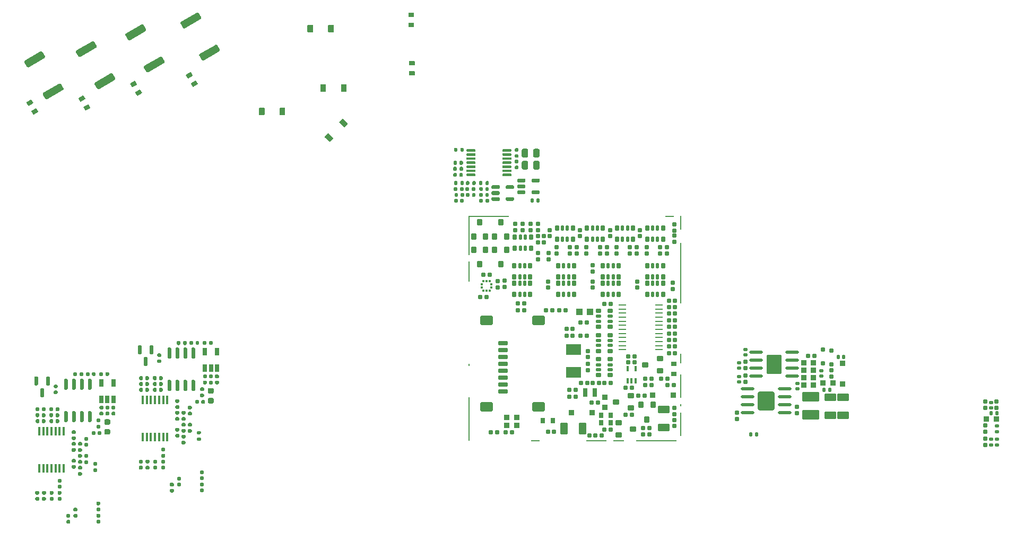
<source format=gbp>
G75*
G70*
%OFA0B0*%
%FSLAX25Y25*%
%IPPOS*%
%LPD*%
%AMOC8*
5,1,8,0,0,1.08239X$1,22.5*
%
%AMM110*
21,1,0.019680,0.019680,-0.000000,0.000000,90.000000*
21,1,0.015750,0.023620,-0.000000,0.000000,90.000000*
1,1,0.003940,0.009840,0.007870*
1,1,0.003940,0.009840,-0.007870*
1,1,0.003940,-0.009840,-0.007870*
1,1,0.003940,-0.009840,0.007870*
%
%AMM111*
21,1,0.019680,0.019680,-0.000000,0.000000,0.000000*
21,1,0.015750,0.023620,-0.000000,0.000000,0.000000*
1,1,0.003940,0.007870,-0.009840*
1,1,0.003940,-0.007870,-0.009840*
1,1,0.003940,-0.007870,0.009840*
1,1,0.003940,0.007870,0.009840*
%
%AMM126*
21,1,0.033470,0.026770,-0.000000,0.000000,0.000000*
21,1,0.026770,0.033470,-0.000000,0.000000,0.000000*
1,1,0.006690,0.013390,-0.013390*
1,1,0.006690,-0.013390,-0.013390*
1,1,0.006690,-0.013390,0.013390*
1,1,0.006690,0.013390,0.013390*
%
%AMM127*
21,1,0.023620,0.018900,-0.000000,0.000000,270.000000*
21,1,0.018900,0.023620,-0.000000,0.000000,270.000000*
1,1,0.004720,-0.009450,-0.009450*
1,1,0.004720,-0.009450,0.009450*
1,1,0.004720,0.009450,0.009450*
1,1,0.004720,0.009450,-0.009450*
%
%AMM141*
21,1,0.035830,0.026770,-0.000000,-0.000000,180.000000*
21,1,0.029130,0.033470,-0.000000,-0.000000,180.000000*
1,1,0.006690,-0.014570,0.013390*
1,1,0.006690,0.014570,0.013390*
1,1,0.006690,0.014570,-0.013390*
1,1,0.006690,-0.014570,-0.013390*
%
%AMM142*
21,1,0.070870,0.036220,-0.000000,-0.000000,270.000000*
21,1,0.061810,0.045280,-0.000000,-0.000000,270.000000*
1,1,0.009060,-0.018110,-0.030910*
1,1,0.009060,-0.018110,0.030910*
1,1,0.009060,0.018110,0.030910*
1,1,0.009060,0.018110,-0.030910*
%
%AMM143*
21,1,0.033470,0.026770,-0.000000,-0.000000,180.000000*
21,1,0.026770,0.033470,-0.000000,-0.000000,180.000000*
1,1,0.006690,-0.013390,0.013390*
1,1,0.006690,0.013390,0.013390*
1,1,0.006690,0.013390,-0.013390*
1,1,0.006690,-0.013390,-0.013390*
%
%AMM177*
21,1,0.035830,0.026770,0.000000,-0.000000,270.000000*
21,1,0.029130,0.033470,0.000000,-0.000000,270.000000*
1,1,0.006690,-0.013390,-0.014570*
1,1,0.006690,-0.013390,0.014570*
1,1,0.006690,0.013390,0.014570*
1,1,0.006690,0.013390,-0.014570*
%
%AMM178*
21,1,0.070870,0.036220,0.000000,-0.000000,0.000000*
21,1,0.061810,0.045280,0.000000,-0.000000,0.000000*
1,1,0.009060,0.030910,-0.018110*
1,1,0.009060,-0.030910,-0.018110*
1,1,0.009060,-0.030910,0.018110*
1,1,0.009060,0.030910,0.018110*
%
%AMM181*
21,1,0.023620,0.018900,0.000000,-0.000000,0.000000*
21,1,0.018900,0.023620,0.000000,-0.000000,0.000000*
1,1,0.004720,0.009450,-0.009450*
1,1,0.004720,-0.009450,-0.009450*
1,1,0.004720,-0.009450,0.009450*
1,1,0.004720,0.009450,0.009450*
%
%AMM182*
21,1,0.019680,0.019680,0.000000,-0.000000,270.000000*
21,1,0.015750,0.023620,0.000000,-0.000000,270.000000*
1,1,0.003940,-0.009840,-0.007870*
1,1,0.003940,-0.009840,0.007870*
1,1,0.003940,0.009840,0.007870*
1,1,0.003940,0.009840,-0.007870*
%
%AMM183*
21,1,0.019680,0.019680,0.000000,-0.000000,180.000000*
21,1,0.015750,0.023620,0.000000,-0.000000,180.000000*
1,1,0.003940,-0.007870,0.009840*
1,1,0.003940,0.007870,0.009840*
1,1,0.003940,0.007870,-0.009840*
1,1,0.003940,-0.007870,-0.009840*
%
%AMM197*
21,1,0.106300,0.050390,0.000000,-0.000000,0.000000*
21,1,0.093700,0.062990,0.000000,-0.000000,0.000000*
1,1,0.012600,0.046850,-0.025200*
1,1,0.012600,-0.046850,-0.025200*
1,1,0.012600,-0.046850,0.025200*
1,1,0.012600,0.046850,0.025200*
%
%AMM198*
21,1,0.033470,0.026770,0.000000,-0.000000,180.000000*
21,1,0.026770,0.033470,0.000000,-0.000000,180.000000*
1,1,0.006690,-0.013390,0.013390*
1,1,0.006690,0.013390,0.013390*
1,1,0.006690,0.013390,-0.013390*
1,1,0.006690,-0.013390,-0.013390*
%
%AMM199*
21,1,0.023620,0.018900,0.000000,-0.000000,90.000000*
21,1,0.018900,0.023620,0.000000,-0.000000,90.000000*
1,1,0.004720,0.009450,0.009450*
1,1,0.004720,0.009450,-0.009450*
1,1,0.004720,-0.009450,-0.009450*
1,1,0.004720,-0.009450,0.009450*
%
%AMM200*
21,1,0.122050,0.075590,0.000000,-0.000000,90.000000*
21,1,0.103150,0.094490,0.000000,-0.000000,90.000000*
1,1,0.018900,0.037800,0.051580*
1,1,0.018900,0.037800,-0.051580*
1,1,0.018900,-0.037800,-0.051580*
1,1,0.018900,-0.037800,0.051580*
%
%AMM201*
21,1,0.118110,0.083460,0.000000,-0.000000,270.000000*
21,1,0.097240,0.104330,0.000000,-0.000000,270.000000*
1,1,0.020870,-0.041730,-0.048620*
1,1,0.020870,-0.041730,0.048620*
1,1,0.020870,0.041730,0.048620*
1,1,0.020870,0.041730,-0.048620*
%
%AMM262*
21,1,0.025590,0.026380,-0.000000,-0.000000,90.000000*
21,1,0.020470,0.031500,-0.000000,-0.000000,90.000000*
1,1,0.005120,0.013190,0.010240*
1,1,0.005120,0.013190,-0.010240*
1,1,0.005120,-0.013190,-0.010240*
1,1,0.005120,-0.013190,0.010240*
%
%AMM263*
21,1,0.017720,0.027950,-0.000000,-0.000000,90.000000*
21,1,0.014170,0.031500,-0.000000,-0.000000,90.000000*
1,1,0.003540,0.013980,0.007090*
1,1,0.003540,0.013980,-0.007090*
1,1,0.003540,-0.013980,-0.007090*
1,1,0.003540,-0.013980,0.007090*
%
%AMM266*
21,1,0.027560,0.018900,-0.000000,-0.000000,270.000000*
21,1,0.022840,0.023620,-0.000000,-0.000000,270.000000*
1,1,0.004720,-0.009450,-0.011420*
1,1,0.004720,-0.009450,0.011420*
1,1,0.004720,0.009450,0.011420*
1,1,0.004720,0.009450,-0.011420*
%
%AMM268*
21,1,0.027560,0.018900,-0.000000,-0.000000,0.000000*
21,1,0.022840,0.023620,-0.000000,-0.000000,0.000000*
1,1,0.004720,0.011420,-0.009450*
1,1,0.004720,-0.011420,-0.009450*
1,1,0.004720,-0.011420,0.009450*
1,1,0.004720,0.011420,0.009450*
%
%AMM270*
21,1,0.035430,0.030320,-0.000000,-0.000000,90.000000*
21,1,0.028350,0.037400,-0.000000,-0.000000,90.000000*
1,1,0.007090,0.015160,0.014170*
1,1,0.007090,0.015160,-0.014170*
1,1,0.007090,-0.015160,-0.014170*
1,1,0.007090,-0.015160,0.014170*
%
%AMM273*
21,1,0.027560,0.030710,-0.000000,-0.000000,180.000000*
21,1,0.022050,0.036220,-0.000000,-0.000000,180.000000*
1,1,0.005510,-0.011020,0.015350*
1,1,0.005510,0.011020,0.015350*
1,1,0.005510,0.011020,-0.015350*
1,1,0.005510,-0.011020,-0.015350*
%
%AMM294*
21,1,0.033470,0.026770,-0.000000,-0.000000,270.000000*
21,1,0.026770,0.033470,-0.000000,-0.000000,270.000000*
1,1,0.006690,-0.013390,-0.013390*
1,1,0.006690,-0.013390,0.013390*
1,1,0.006690,0.013390,0.013390*
1,1,0.006690,0.013390,-0.013390*
%
%AMM295*
21,1,0.025590,0.026380,-0.000000,-0.000000,180.000000*
21,1,0.020470,0.031500,-0.000000,-0.000000,180.000000*
1,1,0.005120,-0.010240,0.013190*
1,1,0.005120,0.010240,0.013190*
1,1,0.005120,0.010240,-0.013190*
1,1,0.005120,-0.010240,-0.013190*
%
%AMM296*
21,1,0.017720,0.027950,-0.000000,-0.000000,180.000000*
21,1,0.014170,0.031500,-0.000000,-0.000000,180.000000*
1,1,0.003540,-0.007090,0.013980*
1,1,0.003540,0.007090,0.013980*
1,1,0.003540,0.007090,-0.013980*
1,1,0.003540,-0.007090,-0.013980*
%
%AMM297*
21,1,0.078740,0.045670,-0.000000,-0.000000,0.000000*
21,1,0.067320,0.057090,-0.000000,-0.000000,0.000000*
1,1,0.011420,0.033660,-0.022840*
1,1,0.011420,-0.033660,-0.022840*
1,1,0.011420,-0.033660,0.022840*
1,1,0.011420,0.033660,0.022840*
%
%AMM298*
21,1,0.059060,0.020470,-0.000000,-0.000000,0.000000*
21,1,0.053940,0.025590,-0.000000,-0.000000,0.000000*
1,1,0.005120,0.026970,-0.010240*
1,1,0.005120,-0.026970,-0.010240*
1,1,0.005120,-0.026970,0.010240*
1,1,0.005120,0.026970,0.010240*
%
%AMM299*
21,1,0.035430,0.030320,-0.000000,-0.000000,0.000000*
21,1,0.028350,0.037400,-0.000000,-0.000000,0.000000*
1,1,0.007090,0.014170,-0.015160*
1,1,0.007090,-0.014170,-0.015160*
1,1,0.007090,-0.014170,0.015160*
1,1,0.007090,0.014170,0.015160*
%
%AMM300*
21,1,0.012600,0.028980,-0.000000,-0.000000,0.000000*
21,1,0.010080,0.031500,-0.000000,-0.000000,0.000000*
1,1,0.002520,0.005040,-0.014490*
1,1,0.002520,-0.005040,-0.014490*
1,1,0.002520,-0.005040,0.014490*
1,1,0.002520,0.005040,0.014490*
%
%AMM301*
21,1,0.070870,0.036220,-0.000000,-0.000000,180.000000*
21,1,0.061810,0.045280,-0.000000,-0.000000,180.000000*
1,1,0.009060,-0.030910,0.018110*
1,1,0.009060,0.030910,0.018110*
1,1,0.009060,0.030910,-0.018110*
1,1,0.009060,-0.030910,-0.018110*
%
%AMM302*
21,1,0.027560,0.049610,-0.000000,-0.000000,180.000000*
21,1,0.022050,0.055120,-0.000000,-0.000000,180.000000*
1,1,0.005510,-0.011020,0.024800*
1,1,0.005510,0.011020,0.024800*
1,1,0.005510,0.011020,-0.024800*
1,1,0.005510,-0.011020,-0.024800*
%
%AMM303*
21,1,0.027560,0.030710,-0.000000,-0.000000,270.000000*
21,1,0.022050,0.036220,-0.000000,-0.000000,270.000000*
1,1,0.005510,-0.015350,-0.011020*
1,1,0.005510,-0.015350,0.011020*
1,1,0.005510,0.015350,0.011020*
1,1,0.005510,0.015350,-0.011020*
%
%ADD232R,0.01378X0.01476*%
%ADD235O,0.04961X0.00984*%
%ADD237R,0.09449X0.06693*%
%ADD238R,0.01476X0.01378*%
%ADD240R,0.03937X0.04331*%
%ADD283M110*%
%ADD284M111*%
%ADD300M126*%
%ADD301M127*%
%ADD302O,0.08661X0.01968*%
%ADD317M141*%
%ADD318M142*%
%ADD319M143*%
%ADD353M177*%
%ADD354M178*%
%ADD357M181*%
%ADD358M182*%
%ADD359M183*%
%ADD373M197*%
%ADD374M198*%
%ADD375M199*%
%ADD376M200*%
%ADD377M201*%
%ADD394R,0.01772X0.05709*%
%ADD395R,0.02559X0.04803*%
%ADD471M262*%
%ADD472M263*%
%ADD475M266*%
%ADD477M268*%
%ADD479M270*%
%ADD482M273*%
%ADD503M294*%
%ADD504M295*%
%ADD505M296*%
%ADD506M297*%
%ADD507M298*%
%ADD508M299*%
%ADD509M300*%
%ADD510M301*%
%ADD511M302*%
%ADD512M303*%
%ADD53R,0.00787X0.14567*%
%ADD54R,0.00787X0.01575*%
%ADD55R,0.00787X0.06299*%
%ADD56R,0.00787X0.38189*%
%ADD57R,0.00787X0.09055*%
%ADD58R,0.05512X0.00787*%
%ADD59R,0.25197X0.00787*%
%ADD60R,0.06693X0.00787*%
%ADD61R,0.12992X0.00787*%
%ADD62R,0.00787X0.27559*%
%ADD63R,0.00787X0.12992*%
%ADD64R,0.00787X0.24803*%
X0000000Y0000000D02*
%LPD*%
G01*
G36*
G01*
X0099495Y0327817D02*
X0089778Y0322207D01*
G75*
G02*
X0088433Y0322567I-000492J0000852D01*
G01*
X0087006Y0325039D01*
G75*
G02*
X0087366Y0326384I0000852J0000492D01*
G01*
X0097083Y0331994D01*
G75*
G02*
X0098428Y0331634I0000492J-000852D01*
G01*
X0099855Y0329162D01*
G75*
G02*
X0099495Y0327817I-000852J-000492D01*
G01*
G37*
G36*
G01*
X0087831Y0348019D02*
X0078114Y0342409D01*
G75*
G02*
X0076770Y0342769I-000492J0000852D01*
G01*
X0075342Y0345241D01*
G75*
G02*
X0075703Y0346585I0000852J0000492D01*
G01*
X0085420Y0352196D01*
G75*
G02*
X0086764Y0351835I0000492J-000852D01*
G01*
X0088192Y0349363D01*
G75*
G02*
X0087831Y0348019I-000852J-000492D01*
G01*
G37*
G36*
G01*
X0134173Y0335246D02*
X0124455Y0329636D01*
G75*
G02*
X0123111Y0329996I-000492J0000852D01*
G01*
X0121684Y0332468D01*
G75*
G02*
X0122044Y0333812I0000852J0000492D01*
G01*
X0131761Y0339423D01*
G75*
G02*
X0133106Y0339062I0000492J-000852D01*
G01*
X0134533Y0336591D01*
G75*
G02*
X0134173Y0335246I-000852J-000492D01*
G01*
G37*
G36*
G01*
X0122509Y0355448D02*
X0112792Y0349837D01*
G75*
G02*
X0111448Y0350198I-000492J0000852D01*
G01*
X0110020Y0352670D01*
G75*
G02*
X0110381Y0354014I0000852J0000492D01*
G01*
X0120098Y0359624D01*
G75*
G02*
X0121442Y0359264I0000492J-000852D01*
G01*
X0122870Y0356792D01*
G75*
G02*
X0122509Y0355448I-000852J-000492D01*
G01*
G37*
G36*
G01*
X0053102Y0299693D02*
X0050442Y0298157D01*
G75*
G02*
X0050066Y0298258I-000138J0000239D01*
G01*
X0048963Y0300168D01*
G75*
G02*
X0049064Y0300544I0000239J0000138D01*
G01*
X0051724Y0302080D01*
G75*
G02*
X0052100Y0301979I0000138J-000239D01*
G01*
X0053203Y0300069D01*
G75*
G02*
X0053102Y0299693I-000239J-000138D01*
G01*
G37*
G36*
G01*
X0049952Y0305148D02*
X0047293Y0303613D01*
G75*
G02*
X0046916Y0303714I-000138J0000239D01*
G01*
X0045814Y0305623D01*
G75*
G02*
X0045915Y0305999I0000239J0000138D01*
G01*
X0048574Y0307535D01*
G75*
G02*
X0048951Y0307434I0000138J-000239D01*
G01*
X0050053Y0305525D01*
G75*
G02*
X0049952Y0305148I-000239J-000138D01*
G01*
G37*
G36*
G01*
X0206181Y0351606D02*
X0206181Y0347590D01*
G75*
G02*
X0205827Y0347236I-000354J0000000D01*
G01*
X0202992Y0347236D01*
G75*
G02*
X0202638Y0347590I0000000J0000354D01*
G01*
X0202638Y0351606D01*
G75*
G02*
X0202992Y0351960I0000354J0000000D01*
G01*
X0205827Y0351960D01*
G75*
G02*
X0206181Y0351606I0000000J-000354D01*
G01*
G37*
G36*
G01*
X0193189Y0351606D02*
X0193189Y0347590D01*
G75*
G02*
X0192835Y0347236I-000354J0000000D01*
G01*
X0190000Y0347236D01*
G75*
G02*
X0189646Y0347590I0000000J0000354D01*
G01*
X0189646Y0351606D01*
G75*
G02*
X0190000Y0351960I0000354J0000000D01*
G01*
X0192835Y0351960D01*
G75*
G02*
X0193189Y0351606I0000000J-000354D01*
G01*
G37*
G36*
G01*
X0212155Y0293037D02*
X0214994Y0290197D01*
G75*
G02*
X0214994Y0289696I-000251J-000251D01*
G01*
X0212990Y0287692D01*
G75*
G02*
X0212489Y0287692I-000251J0000251D01*
G01*
X0209649Y0290531D01*
G75*
G02*
X0209649Y0291032I0000251J0000251D01*
G01*
X0211653Y0293037D01*
G75*
G02*
X0212155Y0293037I0000251J-000251D01*
G01*
G37*
G36*
G01*
X0202968Y0283850D02*
X0205807Y0281010D01*
G75*
G02*
X0205807Y0280509I-000251J-000251D01*
G01*
X0203803Y0278505D01*
G75*
G02*
X0203302Y0278505I-000251J0000251D01*
G01*
X0200462Y0281344D01*
G75*
G02*
X0200462Y0281846I0000251J0000251D01*
G01*
X0202467Y0283850D01*
G75*
G02*
X0202968Y0283850I0000251J-000251D01*
G01*
G37*
G36*
G01*
X0256359Y0350484D02*
X0253288Y0350484D01*
G75*
G02*
X0253012Y0350760I0000000J0000276D01*
G01*
X0253012Y0352964D01*
G75*
G02*
X0253288Y0353240I0000276J0000000D01*
G01*
X0256359Y0353240D01*
G75*
G02*
X0256634Y0352964I0000000J-000276D01*
G01*
X0256634Y0350760D01*
G75*
G02*
X0256359Y0350484I-000276J0000000D01*
G01*
G37*
G36*
G01*
X0256359Y0356783D02*
X0253288Y0356783D01*
G75*
G02*
X0253012Y0357059I0000000J0000276D01*
G01*
X0253012Y0359264D01*
G75*
G02*
X0253288Y0359539I0000276J0000000D01*
G01*
X0256359Y0359539D01*
G75*
G02*
X0256634Y0359264I0000000J-000276D01*
G01*
X0256634Y0357059D01*
G75*
G02*
X0256359Y0356783I-000276J0000000D01*
G01*
G37*
G36*
G01*
X0120621Y0314457D02*
X0117962Y0312921D01*
G75*
G02*
X0117585Y0313022I-000138J0000239D01*
G01*
X0116483Y0314931D01*
G75*
G02*
X0116584Y0315308I0000239J0000138D01*
G01*
X0119243Y0316843D01*
G75*
G02*
X0119620Y0316743I0000138J-000239D01*
G01*
X0120722Y0314833D01*
G75*
G02*
X0120621Y0314457I-000239J-000138D01*
G01*
G37*
G36*
G01*
X0117472Y0319912D02*
X0114812Y0318377D01*
G75*
G02*
X0114436Y0318477I-000138J0000239D01*
G01*
X0113333Y0320387D01*
G75*
G02*
X0113434Y0320763I0000239J0000138D01*
G01*
X0116094Y0322299D01*
G75*
G02*
X0116470Y0322198I0000138J-000239D01*
G01*
X0117573Y0320288D01*
G75*
G02*
X0117472Y0319912I-000239J-000138D01*
G01*
G37*
G36*
G01*
X0068491Y0317281D02*
X0058774Y0311671D01*
G75*
G02*
X0057429Y0312031I-000492J0000852D01*
G01*
X0056002Y0314503D01*
G75*
G02*
X0056362Y0315848I0000852J0000492D01*
G01*
X0066079Y0321458D01*
G75*
G02*
X0067424Y0321098I0000492J-000852D01*
G01*
X0068851Y0318626D01*
G75*
G02*
X0068491Y0317281I-000852J-000492D01*
G01*
G37*
G36*
G01*
X0056827Y0337483D02*
X0047110Y0331872D01*
G75*
G02*
X0045766Y0332233I-000492J0000852D01*
G01*
X0044339Y0334705D01*
G75*
G02*
X0044699Y0336049I0000852J0000492D01*
G01*
X0054416Y0341659D01*
G75*
G02*
X0055761Y0341299I0000492J-000852D01*
G01*
X0057188Y0338827D01*
G75*
G02*
X0056827Y0337483I-000852J-000492D01*
G01*
G37*
G36*
G01*
X0256752Y0320169D02*
X0253681Y0320169D01*
G75*
G02*
X0253406Y0320445I0000000J0000276D01*
G01*
X0253406Y0322649D01*
G75*
G02*
X0253681Y0322925I0000276J0000000D01*
G01*
X0256752Y0322925D01*
G75*
G02*
X0257028Y0322649I0000000J-000276D01*
G01*
X0257028Y0320445D01*
G75*
G02*
X0256752Y0320169I-000276J0000000D01*
G01*
G37*
G36*
G01*
X0256752Y0326468D02*
X0253681Y0326468D01*
G75*
G02*
X0253406Y0326744I0000000J0000276D01*
G01*
X0253406Y0328949D01*
G75*
G02*
X0253681Y0329224I0000276J0000000D01*
G01*
X0256752Y0329224D01*
G75*
G02*
X0257028Y0328949I0000000J-000276D01*
G01*
X0257028Y0326744D01*
G75*
G02*
X0256752Y0326468I-000276J0000000D01*
G01*
G37*
G36*
G01*
X0214272Y0314204D02*
X0214272Y0310189D01*
G75*
G02*
X0213918Y0309834I-000354J0000000D01*
G01*
X0211083Y0309834D01*
G75*
G02*
X0210729Y0310189I0000000J0000354D01*
G01*
X0210729Y0314204D01*
G75*
G02*
X0211083Y0314559I0000354J0000000D01*
G01*
X0213918Y0314559D01*
G75*
G02*
X0214272Y0314204I0000000J-000354D01*
G01*
G37*
G36*
G01*
X0201280Y0314204D02*
X0201280Y0310189D01*
G75*
G02*
X0200925Y0309834I-000354J0000000D01*
G01*
X0198091Y0309834D01*
G75*
G02*
X0197737Y0310189I0000000J0000354D01*
G01*
X0197737Y0314204D01*
G75*
G02*
X0198091Y0314559I0000354J0000000D01*
G01*
X0200925Y0314559D01*
G75*
G02*
X0201280Y0314204I0000000J-000354D01*
G01*
G37*
G36*
G01*
X0175670Y0299539D02*
X0175670Y0295523D01*
G75*
G02*
X0175315Y0295169I-000354J0000000D01*
G01*
X0172481Y0295169D01*
G75*
G02*
X0172126Y0295523I0000000J0000354D01*
G01*
X0172126Y0299539D01*
G75*
G02*
X0172481Y0299893I0000354J0000000D01*
G01*
X0175315Y0299893D01*
G75*
G02*
X0175670Y0299539I0000000J-000354D01*
G01*
G37*
G36*
G01*
X0162677Y0299539D02*
X0162677Y0295523D01*
G75*
G02*
X0162323Y0295169I-000354J0000000D01*
G01*
X0159488Y0295169D01*
G75*
G02*
X0159134Y0295523I0000000J0000354D01*
G01*
X0159134Y0299539D01*
G75*
G02*
X0159488Y0299893I0000354J0000000D01*
G01*
X0162323Y0299893D01*
G75*
G02*
X0162677Y0299539I0000000J-000354D01*
G01*
G37*
G36*
G01*
X0020425Y0297134D02*
X0017765Y0295598D01*
G75*
G02*
X0017389Y0295699I-000138J0000239D01*
G01*
X0016286Y0297609D01*
G75*
G02*
X0016387Y0297985I0000239J0000138D01*
G01*
X0019047Y0299521D01*
G75*
G02*
X0019423Y0299420I0000138J-000239D01*
G01*
X0020525Y0297510D01*
G75*
G02*
X0020425Y0297134I-000239J-000138D01*
G01*
G37*
G36*
G01*
X0017275Y0302589D02*
X0014615Y0301054D01*
G75*
G02*
X0014239Y0301155I-000138J0000239D01*
G01*
X0013137Y0303064D01*
G75*
G02*
X0013238Y0303440I0000239J0000138D01*
G01*
X0015897Y0304976D01*
G75*
G02*
X0016273Y0304875I0000138J-000239D01*
G01*
X0017376Y0302966D01*
G75*
G02*
X0017275Y0302589I-000239J-000138D01*
G01*
G37*
G36*
G01*
X0035978Y0310837D02*
X0026261Y0305226D01*
G75*
G02*
X0024917Y0305587I-000492J0000852D01*
G01*
X0023489Y0308058D01*
G75*
G02*
X0023850Y0309403I0000852J0000492D01*
G01*
X0033567Y0315013D01*
G75*
G02*
X0034911Y0314653I0000492J-000852D01*
G01*
X0036338Y0312181D01*
G75*
G02*
X0035978Y0310837I-000852J-000492D01*
G01*
G37*
G36*
G01*
X0024315Y0331038D02*
X0014598Y0325428D01*
G75*
G02*
X0013253Y0325788I-000492J0000852D01*
G01*
X0011826Y0328260D01*
G75*
G02*
X0012186Y0329605I0000852J0000492D01*
G01*
X0021903Y0335215D01*
G75*
G02*
X0023248Y0334855I0000492J-000852D01*
G01*
X0024675Y0332383D01*
G75*
G02*
X0024315Y0331038I-000852J-000492D01*
G01*
G37*
G36*
G01*
X0085582Y0308945D02*
X0082923Y0307409D01*
G75*
G02*
X0082546Y0307510I-000138J0000239D01*
G01*
X0081444Y0309420D01*
G75*
G02*
X0081545Y0309796I0000239J0000138D01*
G01*
X0084204Y0311332D01*
G75*
G02*
X0084581Y0311231I0000138J-000239D01*
G01*
X0085683Y0309321D01*
G75*
G02*
X0085582Y0308945I-000239J-000138D01*
G01*
G37*
G36*
G01*
X0082432Y0314400D02*
X0079773Y0312865D01*
G75*
G02*
X0079396Y0312966I-000138J0000239D01*
G01*
X0078294Y0314875D01*
G75*
G02*
X0078395Y0315251I0000239J0000138D01*
G01*
X0081054Y0316787D01*
G75*
G02*
X0081431Y0316686I0000138J-000239D01*
G01*
X0082533Y0314777D01*
G75*
G02*
X0082432Y0314400I-000239J-000138D01*
G01*
G37*
X0449409Y0156303D02*
G01*
G75*
D353*
X0525787Y0126388D02*
D03*
X0525787Y0139380D02*
D03*
D354*
X0526181Y0106528D02*
D03*
X0526181Y0117945D02*
D03*
X0518149Y0106528D02*
D03*
X0518149Y0117945D02*
D03*
D357*
X0504133Y0143901D02*
D03*
X0508070Y0143901D02*
D03*
X0518700Y0147248D02*
D03*
X0518700Y0138586D02*
D03*
X0513452Y0148035D02*
D03*
X0513452Y0139374D02*
D03*
D358*
X0460826Y0136148D02*
D03*
X0460826Y0139692D02*
D03*
X0497559Y0126757D02*
D03*
X0497559Y0123213D02*
D03*
X0512664Y0134754D02*
D03*
X0512664Y0131211D02*
D03*
X0460826Y0127530D02*
D03*
X0460826Y0131073D02*
D03*
X0464763Y0148035D02*
D03*
X0464763Y0144492D02*
D03*
D359*
X0514239Y0122550D02*
D03*
X0517783Y0122550D02*
D03*
X0526641Y0143317D02*
D03*
X0523097Y0143317D02*
D03*
X0468324Y0094553D02*
D03*
X0471868Y0094553D02*
D03*
D373*
X0505708Y0107090D02*
D03*
X0505708Y0118114D02*
D03*
D374*
X0501385Y0139768D02*
D03*
X0507605Y0139768D02*
D03*
X0501385Y0125674D02*
D03*
X0507605Y0125674D02*
D03*
X0501385Y0130365D02*
D03*
X0507605Y0130365D02*
D03*
X0501385Y0135057D02*
D03*
X0507605Y0135057D02*
D03*
X0513629Y0126855D02*
D03*
X0519850Y0126855D02*
D03*
D375*
X0464763Y0136345D02*
D03*
X0464763Y0140282D02*
D03*
X0464763Y0131664D02*
D03*
X0464763Y0127727D02*
D03*
X0518700Y0134951D02*
D03*
X0518700Y0131014D02*
D03*
X0497086Y0112018D02*
D03*
X0497086Y0108081D02*
D03*
X0459645Y0104242D02*
D03*
X0459645Y0108180D02*
D03*
D302*
X0471523Y0131231D02*
D03*
X0471523Y0136231D02*
D03*
X0471523Y0141231D02*
D03*
X0471523Y0146231D02*
D03*
X0494160Y0131231D02*
D03*
X0494160Y0136231D02*
D03*
X0494160Y0141231D02*
D03*
X0494160Y0146231D02*
D03*
X0466240Y0108164D02*
D03*
X0466240Y0113164D02*
D03*
X0466240Y0118164D02*
D03*
X0466240Y0123164D02*
D03*
X0489665Y0108164D02*
D03*
X0489665Y0113164D02*
D03*
X0489665Y0118164D02*
D03*
X0489665Y0123164D02*
D03*
D376*
X0482841Y0138731D02*
D03*
D377*
X0477952Y0115664D02*
D03*
X0625591Y0083469D02*
G01*
G75*
D301*
X0615355Y0111422D02*
D03*
X0615355Y0115359D02*
D03*
X0615355Y0100299D02*
D03*
X0615355Y0096362D02*
D03*
X0615355Y0091933D02*
D03*
X0615355Y0087996D02*
D03*
X0622638Y0111422D02*
D03*
X0622638Y0115359D02*
D03*
D284*
X0622835Y0108037D02*
D03*
X0619292Y0108037D02*
D03*
D300*
X0616122Y0104152D02*
D03*
X0622343Y0104152D02*
D03*
D283*
X0619292Y0091540D02*
D03*
X0619292Y0087997D02*
D03*
X0622835Y0099906D02*
D03*
X0622835Y0096363D02*
D03*
X0619234Y0114768D02*
D03*
X0619234Y0111225D02*
D03*
X0622835Y0087997D02*
D03*
X0622835Y0091540D02*
D03*
X0338386Y0276776D02*
%LPD*%
G01*
G36*
G01*
X0321457Y0246182D02*
X0321457Y0247363D01*
G75*
G02*
X0322047Y0247954I0000591J0000000D01*
G01*
X0326083Y0247954D01*
G75*
G02*
X0326673Y0247363I0000000J-000591D01*
G01*
X0326673Y0246182D01*
G75*
G02*
X0326083Y0245592I-000591J0000000D01*
G01*
X0322047Y0245592D01*
G75*
G02*
X0321457Y0246182I0000000J0000591D01*
G01*
G37*
G36*
G01*
X0321457Y0249923D02*
X0321457Y0251104D01*
G75*
G02*
X0322047Y0251694I0000591J0000000D01*
G01*
X0326083Y0251694D01*
G75*
G02*
X0326673Y0251104I0000000J-000591D01*
G01*
X0326673Y0249923D01*
G75*
G02*
X0326083Y0249332I-000591J0000000D01*
G01*
X0322047Y0249332D01*
G75*
G02*
X0321457Y0249923I0000000J0000591D01*
G01*
G37*
G36*
G01*
X0321457Y0253663D02*
X0321457Y0254844D01*
G75*
G02*
X0322047Y0255434I0000591J0000000D01*
G01*
X0326083Y0255434D01*
G75*
G02*
X0326673Y0254844I0000000J-000591D01*
G01*
X0326673Y0253663D01*
G75*
G02*
X0326083Y0253072I-000591J0000000D01*
G01*
X0322047Y0253072D01*
G75*
G02*
X0321457Y0253663I0000000J0000591D01*
G01*
G37*
G36*
G01*
X0330414Y0253663D02*
X0330414Y0254844D01*
G75*
G02*
X0331004Y0255434I0000591J0000000D01*
G01*
X0335040Y0255434D01*
G75*
G02*
X0335630Y0254844I0000000J-000591D01*
G01*
X0335630Y0253663D01*
G75*
G02*
X0335040Y0253072I-000591J0000000D01*
G01*
X0331004Y0253072D01*
G75*
G02*
X0330414Y0253663I0000000J0000591D01*
G01*
G37*
G36*
G01*
X0330414Y0246182D02*
X0330414Y0247363D01*
G75*
G02*
X0331004Y0247954I0000591J0000000D01*
G01*
X0335040Y0247954D01*
G75*
G02*
X0335630Y0247363I0000000J-000591D01*
G01*
X0335630Y0246182D01*
G75*
G02*
X0335040Y0245592I-000591J0000000D01*
G01*
X0331004Y0245592D01*
G75*
G02*
X0330414Y0246182I0000000J0000591D01*
G01*
G37*
G36*
G01*
X0321732Y0268469D02*
X0320394Y0268469D01*
G75*
G02*
X0319843Y0269020I0000000J0000551D01*
G01*
X0319843Y0270122D01*
G75*
G02*
X0320394Y0270674I0000551J0000000D01*
G01*
X0321732Y0270674D01*
G75*
G02*
X0322284Y0270122I0000000J-000551D01*
G01*
X0322284Y0269020D01*
G75*
G02*
X0321732Y0268469I-000551J0000000D01*
G01*
G37*
G36*
G01*
X0321732Y0272248D02*
X0320394Y0272248D01*
G75*
G02*
X0319843Y0272800I0000000J0000551D01*
G01*
X0319843Y0273902D01*
G75*
G02*
X0320394Y0274453I0000551J0000000D01*
G01*
X0321732Y0274453D01*
G75*
G02*
X0322284Y0273902I0000000J-000551D01*
G01*
X0322284Y0272800D01*
G75*
G02*
X0321732Y0272248I-000551J0000000D01*
G01*
G37*
G36*
G01*
X0295217Y0245752D02*
X0295217Y0244414D01*
G75*
G02*
X0294666Y0243863I-000551J0000000D01*
G01*
X0293563Y0243863D01*
G75*
G02*
X0293012Y0244414I0000000J0000551D01*
G01*
X0293012Y0245752D01*
G75*
G02*
X0293563Y0246304I0000551J0000000D01*
G01*
X0294666Y0246304D01*
G75*
G02*
X0295217Y0245752I0000000J-000551D01*
G01*
G37*
G36*
G01*
X0291437Y0245752D02*
X0291437Y0244414D01*
G75*
G02*
X0290886Y0243863I-000551J0000000D01*
G01*
X0289784Y0243863D01*
G75*
G02*
X0289232Y0244414I0000000J0000551D01*
G01*
X0289232Y0245752D01*
G75*
G02*
X0289784Y0246304I0000551J0000000D01*
G01*
X0290886Y0246304D01*
G75*
G02*
X0291437Y0245752I0000000J-000551D01*
G01*
G37*
G36*
G01*
X0281870Y0240752D02*
X0281870Y0242091D01*
G75*
G02*
X0282421Y0242642I0000551J0000000D01*
G01*
X0283524Y0242642D01*
G75*
G02*
X0284075Y0242091I0000000J-000551D01*
G01*
X0284075Y0240752D01*
G75*
G02*
X0283524Y0240201I-000551J0000000D01*
G01*
X0282421Y0240201D01*
G75*
G02*
X0281870Y0240752I0000000J0000551D01*
G01*
G37*
G36*
G01*
X0285650Y0240752D02*
X0285650Y0242091D01*
G75*
G02*
X0286201Y0242642I0000551J0000000D01*
G01*
X0287303Y0242642D01*
G75*
G02*
X0287855Y0242091I0000000J-000551D01*
G01*
X0287855Y0240752D01*
G75*
G02*
X0287303Y0240201I-000551J0000000D01*
G01*
X0286201Y0240201D01*
G75*
G02*
X0285650Y0240752I0000000J0000551D01*
G01*
G37*
G36*
G01*
X0303622Y0249493D02*
X0303622Y0248154D01*
G75*
G02*
X0303071Y0247603I-000551J0000000D01*
G01*
X0301969Y0247603D01*
G75*
G02*
X0301417Y0248154I0000000J0000551D01*
G01*
X0301417Y0249493D01*
G75*
G02*
X0301969Y0250044I0000551J0000000D01*
G01*
X0303071Y0250044D01*
G75*
G02*
X0303622Y0249493I0000000J-000551D01*
G01*
G37*
G36*
G01*
X0299843Y0249493D02*
X0299843Y0248154D01*
G75*
G02*
X0299292Y0247603I-000551J0000000D01*
G01*
X0298189Y0247603D01*
G75*
G02*
X0297638Y0248154I0000000J0000551D01*
G01*
X0297638Y0249493D01*
G75*
G02*
X0298189Y0250044I0000551J0000000D01*
G01*
X0299292Y0250044D01*
G75*
G02*
X0299843Y0249493I0000000J-000551D01*
G01*
G37*
G36*
G01*
X0282067Y0244414D02*
X0282067Y0245752D01*
G75*
G02*
X0282618Y0246304I0000551J0000000D01*
G01*
X0283721Y0246304D01*
G75*
G02*
X0284272Y0245752I0000000J-000551D01*
G01*
X0284272Y0244414D01*
G75*
G02*
X0283721Y0243863I-000551J0000000D01*
G01*
X0282618Y0243863D01*
G75*
G02*
X0282067Y0244414I0000000J0000551D01*
G01*
G37*
G36*
G01*
X0285847Y0244414D02*
X0285847Y0245752D01*
G75*
G02*
X0286398Y0246304I0000551J0000000D01*
G01*
X0287500Y0246304D01*
G75*
G02*
X0288051Y0245752I0000000J-000551D01*
G01*
X0288051Y0244414D01*
G75*
G02*
X0287500Y0243863I-000551J0000000D01*
G01*
X0286398Y0243863D01*
G75*
G02*
X0285847Y0244414I0000000J0000551D01*
G01*
G37*
G36*
G01*
X0287343Y0265930D02*
X0287343Y0264591D01*
G75*
G02*
X0286792Y0264040I-000551J0000000D01*
G01*
X0285689Y0264040D01*
G75*
G02*
X0285138Y0264591I0000000J0000551D01*
G01*
X0285138Y0265930D01*
G75*
G02*
X0285689Y0266481I0000551J0000000D01*
G01*
X0286792Y0266481D01*
G75*
G02*
X0287343Y0265930I0000000J-000551D01*
G01*
G37*
G36*
G01*
X0283563Y0265930D02*
X0283563Y0264591D01*
G75*
G02*
X0283012Y0264040I-000551J0000000D01*
G01*
X0281910Y0264040D01*
G75*
G02*
X0281358Y0264591I0000000J0000551D01*
G01*
X0281358Y0265930D01*
G75*
G02*
X0281910Y0266481I0000551J0000000D01*
G01*
X0283012Y0266481D01*
G75*
G02*
X0283563Y0265930I0000000J-000551D01*
G01*
G37*
G36*
G01*
X0317852Y0273430D02*
X0317852Y0272642D01*
G75*
G02*
X0317458Y0272248I-000394J0000000D01*
G01*
X0312438Y0272248D01*
G75*
G02*
X0312045Y0272642I0000000J0000394D01*
G01*
X0312045Y0273430D01*
G75*
G02*
X0312438Y0273823I0000394J0000000D01*
G01*
X0317458Y0273823D01*
G75*
G02*
X0317852Y0273430I0000000J-000394D01*
G01*
G37*
G36*
G01*
X0317852Y0270870D02*
X0317852Y0270083D01*
G75*
G02*
X0317458Y0269689I-000394J0000000D01*
G01*
X0312438Y0269689D01*
G75*
G02*
X0312045Y0270083I0000000J0000394D01*
G01*
X0312045Y0270870D01*
G75*
G02*
X0312438Y0271264I0000394J0000000D01*
G01*
X0317458Y0271264D01*
G75*
G02*
X0317852Y0270870I0000000J-000394D01*
G01*
G37*
G36*
G01*
X0317852Y0268311D02*
X0317852Y0267524D01*
G75*
G02*
X0317458Y0267130I-000394J0000000D01*
G01*
X0312438Y0267130D01*
G75*
G02*
X0312045Y0267524I0000000J0000394D01*
G01*
X0312045Y0268311D01*
G75*
G02*
X0312438Y0268705I0000394J0000000D01*
G01*
X0317458Y0268705D01*
G75*
G02*
X0317852Y0268311I0000000J-000394D01*
G01*
G37*
G36*
G01*
X0317852Y0265752D02*
X0317852Y0264965D01*
G75*
G02*
X0317458Y0264571I-000394J0000000D01*
G01*
X0312438Y0264571D01*
G75*
G02*
X0312045Y0264965I0000000J0000394D01*
G01*
X0312045Y0265752D01*
G75*
G02*
X0312438Y0266146I0000394J0000000D01*
G01*
X0317458Y0266146D01*
G75*
G02*
X0317852Y0265752I0000000J-000394D01*
G01*
G37*
G36*
G01*
X0317852Y0263193D02*
X0317852Y0262406D01*
G75*
G02*
X0317458Y0262012I-000394J0000000D01*
G01*
X0312438Y0262012D01*
G75*
G02*
X0312045Y0262406I0000000J0000394D01*
G01*
X0312045Y0263193D01*
G75*
G02*
X0312438Y0263587I0000394J0000000D01*
G01*
X0317458Y0263587D01*
G75*
G02*
X0317852Y0263193I0000000J-000394D01*
G01*
G37*
G36*
G01*
X0317852Y0260634D02*
X0317852Y0259847D01*
G75*
G02*
X0317458Y0259453I-000394J0000000D01*
G01*
X0312438Y0259453D01*
G75*
G02*
X0312045Y0259847I0000000J0000394D01*
G01*
X0312045Y0260634D01*
G75*
G02*
X0312438Y0261028I0000394J0000000D01*
G01*
X0317458Y0261028D01*
G75*
G02*
X0317852Y0260634I0000000J-000394D01*
G01*
G37*
G36*
G01*
X0317852Y0258075D02*
X0317852Y0257288D01*
G75*
G02*
X0317458Y0256894I-000394J0000000D01*
G01*
X0312438Y0256894D01*
G75*
G02*
X0312045Y0257288I0000000J0000394D01*
G01*
X0312045Y0258075D01*
G75*
G02*
X0312438Y0258469I0000394J0000000D01*
G01*
X0317458Y0258469D01*
G75*
G02*
X0317852Y0258075I0000000J-000394D01*
G01*
G37*
G36*
G01*
X0295312Y0258075D02*
X0295312Y0257288D01*
G75*
G02*
X0294919Y0256894I-000394J0000000D01*
G01*
X0289899Y0256894D01*
G75*
G02*
X0289505Y0257288I0000000J0000394D01*
G01*
X0289505Y0258075D01*
G75*
G02*
X0289899Y0258469I0000394J0000000D01*
G01*
X0294919Y0258469D01*
G75*
G02*
X0295312Y0258075I0000000J-000394D01*
G01*
G37*
G36*
G01*
X0295312Y0260634D02*
X0295312Y0259847D01*
G75*
G02*
X0294919Y0259453I-000394J0000000D01*
G01*
X0289899Y0259453D01*
G75*
G02*
X0289505Y0259847I0000000J0000394D01*
G01*
X0289505Y0260634D01*
G75*
G02*
X0289899Y0261028I0000394J0000000D01*
G01*
X0294919Y0261028D01*
G75*
G02*
X0295312Y0260634I0000000J-000394D01*
G01*
G37*
G36*
G01*
X0295312Y0263193D02*
X0295312Y0262406D01*
G75*
G02*
X0294919Y0262012I-000394J0000000D01*
G01*
X0289899Y0262012D01*
G75*
G02*
X0289505Y0262406I0000000J0000394D01*
G01*
X0289505Y0263193D01*
G75*
G02*
X0289899Y0263587I0000394J0000000D01*
G01*
X0294919Y0263587D01*
G75*
G02*
X0295312Y0263193I0000000J-000394D01*
G01*
G37*
G36*
G01*
X0295312Y0265752D02*
X0295312Y0264965D01*
G75*
G02*
X0294919Y0264571I-000394J0000000D01*
G01*
X0289899Y0264571D01*
G75*
G02*
X0289505Y0264965I0000000J0000394D01*
G01*
X0289505Y0265752D01*
G75*
G02*
X0289899Y0266146I0000394J0000000D01*
G01*
X0294919Y0266146D01*
G75*
G02*
X0295312Y0265752I0000000J-000394D01*
G01*
G37*
G36*
G01*
X0295312Y0268311D02*
X0295312Y0267524D01*
G75*
G02*
X0294919Y0267130I-000394J0000000D01*
G01*
X0289899Y0267130D01*
G75*
G02*
X0289505Y0267524I0000000J0000394D01*
G01*
X0289505Y0268311D01*
G75*
G02*
X0289899Y0268705I0000394J0000000D01*
G01*
X0294919Y0268705D01*
G75*
G02*
X0295312Y0268311I0000000J-000394D01*
G01*
G37*
G36*
G01*
X0295312Y0270870D02*
X0295312Y0270083D01*
G75*
G02*
X0294919Y0269689I-000394J0000000D01*
G01*
X0289899Y0269689D01*
G75*
G02*
X0289505Y0270083I0000000J0000394D01*
G01*
X0289505Y0270870D01*
G75*
G02*
X0289899Y0271264I0000394J0000000D01*
G01*
X0294919Y0271264D01*
G75*
G02*
X0295312Y0270870I0000000J-000394D01*
G01*
G37*
G36*
G01*
X0295312Y0273430D02*
X0295312Y0272642D01*
G75*
G02*
X0294919Y0272248I-000394J0000000D01*
G01*
X0289899Y0272248D01*
G75*
G02*
X0289505Y0272642I0000000J0000394D01*
G01*
X0289505Y0273430D01*
G75*
G02*
X0289899Y0273823I0000394J0000000D01*
G01*
X0294919Y0273823D01*
G75*
G02*
X0295312Y0273430I0000000J-000394D01*
G01*
G37*
G36*
G01*
X0335495Y0265559D02*
X0335495Y0262016D01*
G75*
G02*
X0334511Y0261032I-000984J0000000D01*
G01*
X0332444Y0261032D01*
G75*
G02*
X0331460Y0262016I0000000J0000984D01*
G01*
X0331460Y0265559D01*
G75*
G02*
X0332444Y0266544I0000984J0000000D01*
G01*
X0334511Y0266544D01*
G75*
G02*
X0335495Y0265559I0000000J-000984D01*
G01*
G37*
G36*
G01*
X0328310Y0265559D02*
X0328310Y0262016D01*
G75*
G02*
X0327326Y0261032I-000984J0000000D01*
G01*
X0325259Y0261032D01*
G75*
G02*
X0324275Y0262016I0000000J0000984D01*
G01*
X0324275Y0265559D01*
G75*
G02*
X0325259Y0266544I0000984J0000000D01*
G01*
X0327326Y0266544D01*
G75*
G02*
X0328310Y0265559I0000000J-000984D01*
G01*
G37*
G36*
G01*
X0289252Y0251835D02*
X0289252Y0253292D01*
G75*
G02*
X0289784Y0253823I0000531J0000000D01*
G01*
X0290847Y0253823D01*
G75*
G02*
X0291378Y0253292I0000000J-000531D01*
G01*
X0291378Y0251835D01*
G75*
G02*
X0290847Y0251304I-000531J0000000D01*
G01*
X0289784Y0251304D01*
G75*
G02*
X0289252Y0251835I0000000J0000531D01*
G01*
G37*
G36*
G01*
X0293268Y0251835D02*
X0293268Y0253292D01*
G75*
G02*
X0293799Y0253823I0000531J0000000D01*
G01*
X0294862Y0253823D01*
G75*
G02*
X0295394Y0253292I0000000J-000531D01*
G01*
X0295394Y0251835D01*
G75*
G02*
X0294862Y0251304I-000531J0000000D01*
G01*
X0293799Y0251304D01*
G75*
G02*
X0293268Y0251835I0000000J0000531D01*
G01*
G37*
G36*
G01*
X0329685Y0240910D02*
X0329685Y0242248D01*
G75*
G02*
X0330236Y0242800I0000551J0000000D01*
G01*
X0331339Y0242800D01*
G75*
G02*
X0331890Y0242248I0000000J-000551D01*
G01*
X0331890Y0240910D01*
G75*
G02*
X0331339Y0240359I-000551J0000000D01*
G01*
X0330236Y0240359D01*
G75*
G02*
X0329685Y0240910I0000000J0000551D01*
G01*
G37*
G36*
G01*
X0333465Y0240910D02*
X0333465Y0242248D01*
G75*
G02*
X0334016Y0242800I0000551J0000000D01*
G01*
X0335118Y0242800D01*
G75*
G02*
X0335669Y0242248I0000000J-000551D01*
G01*
X0335669Y0240910D01*
G75*
G02*
X0335118Y0240359I-000551J0000000D01*
G01*
X0334016Y0240359D01*
G75*
G02*
X0333465Y0240910I0000000J0000551D01*
G01*
G37*
G36*
G01*
X0281575Y0248095D02*
X0281575Y0249552D01*
G75*
G02*
X0282106Y0250083I0000531J0000000D01*
G01*
X0283169Y0250083D01*
G75*
G02*
X0283701Y0249552I0000000J-000531D01*
G01*
X0283701Y0248095D01*
G75*
G02*
X0283169Y0247563I-000531J0000000D01*
G01*
X0282106Y0247563D01*
G75*
G02*
X0281575Y0248095I0000000J0000531D01*
G01*
G37*
G36*
G01*
X0285591Y0248095D02*
X0285591Y0249552D01*
G75*
G02*
X0286122Y0250083I0000531J0000000D01*
G01*
X0287185Y0250083D01*
G75*
G02*
X0287717Y0249552I0000000J-000531D01*
G01*
X0287717Y0248095D01*
G75*
G02*
X0287185Y0247563I-000531J0000000D01*
G01*
X0286122Y0247563D01*
G75*
G02*
X0285591Y0248095I0000000J0000531D01*
G01*
G37*
G36*
G01*
X0297508Y0251835D02*
X0297508Y0253291D01*
G75*
G02*
X0298040Y0253823I0000531J0000000D01*
G01*
X0299103Y0253823D01*
G75*
G02*
X0299634Y0253291I0000000J-000531D01*
G01*
X0299634Y0251835D01*
G75*
G02*
X0299103Y0251303I-000531J0000000D01*
G01*
X0298040Y0251303D01*
G75*
G02*
X0297508Y0251835I0000000J0000531D01*
G01*
G37*
G36*
G01*
X0301524Y0251835D02*
X0301524Y0253291D01*
G75*
G02*
X0302056Y0253823I0000531J0000000D01*
G01*
X0303119Y0253823D01*
G75*
G02*
X0303650Y0253291I0000000J-000531D01*
G01*
X0303650Y0251835D01*
G75*
G02*
X0303119Y0251303I-000531J0000000D01*
G01*
X0302056Y0251303D01*
G75*
G02*
X0301524Y0251835I0000000J0000531D01*
G01*
G37*
G36*
G01*
X0324275Y0269591D02*
X0324275Y0273134D01*
G75*
G02*
X0325259Y0274119I0000984J0000000D01*
G01*
X0327326Y0274119D01*
G75*
G02*
X0328310Y0273134I0000000J-000984D01*
G01*
X0328310Y0269591D01*
G75*
G02*
X0327326Y0268607I-000984J0000000D01*
G01*
X0325259Y0268607D01*
G75*
G02*
X0324275Y0269591I0000000J0000984D01*
G01*
G37*
G36*
G01*
X0331460Y0269591D02*
X0331460Y0273134D01*
G75*
G02*
X0332444Y0274119I0000984J0000000D01*
G01*
X0334511Y0274119D01*
G75*
G02*
X0335495Y0273134I0000000J-000984D01*
G01*
X0335495Y0269591D01*
G75*
G02*
X0334511Y0268607I-000984J0000000D01*
G01*
X0332444Y0268607D01*
G75*
G02*
X0331460Y0269591I0000000J0000984D01*
G01*
G37*
G36*
G01*
X0297559Y0240693D02*
X0297559Y0242150D01*
G75*
G02*
X0298091Y0242682I0000531J0000000D01*
G01*
X0299154Y0242682D01*
G75*
G02*
X0299685Y0242150I0000000J-000531D01*
G01*
X0299685Y0240693D01*
G75*
G02*
X0299154Y0240162I-000531J0000000D01*
G01*
X0298091Y0240162D01*
G75*
G02*
X0297559Y0240693I0000000J0000531D01*
G01*
G37*
G36*
G01*
X0301575Y0240693D02*
X0301575Y0242150D01*
G75*
G02*
X0302106Y0242682I0000531J0000000D01*
G01*
X0303169Y0242682D01*
G75*
G02*
X0303701Y0242150I0000000J-000531D01*
G01*
X0303701Y0240693D01*
G75*
G02*
X0303169Y0240162I-000531J0000000D01*
G01*
X0302106Y0240162D01*
G75*
G02*
X0301575Y0240693I0000000J0000531D01*
G01*
G37*
G36*
G01*
X0287874Y0274197D02*
X0287874Y0272741D01*
G75*
G02*
X0287343Y0272209I-000531J0000000D01*
G01*
X0286280Y0272209D01*
G75*
G02*
X0285748Y0272741I0000000J0000531D01*
G01*
X0285748Y0274197D01*
G75*
G02*
X0286280Y0274729I0000531J0000000D01*
G01*
X0287343Y0274729D01*
G75*
G02*
X0287874Y0274197I0000000J-000531D01*
G01*
G37*
G36*
G01*
X0283858Y0274197D02*
X0283858Y0272741D01*
G75*
G02*
X0283327Y0272209I-000531J0000000D01*
G01*
X0282264Y0272209D01*
G75*
G02*
X0281732Y0272741I0000000J0000531D01*
G01*
X0281732Y0274197D01*
G75*
G02*
X0282264Y0274729I0000531J0000000D01*
G01*
X0283327Y0274729D01*
G75*
G02*
X0283858Y0274197I0000000J-000531D01*
G01*
G37*
G36*
G01*
X0287421Y0262248D02*
X0287421Y0260792D01*
G75*
G02*
X0286890Y0260260I-000531J0000000D01*
G01*
X0285827Y0260260D01*
G75*
G02*
X0285295Y0260792I0000000J0000531D01*
G01*
X0285295Y0262248D01*
G75*
G02*
X0285827Y0262780I0000531J0000000D01*
G01*
X0286890Y0262780D01*
G75*
G02*
X0287421Y0262248I0000000J-000531D01*
G01*
G37*
G36*
G01*
X0283406Y0262248D02*
X0283406Y0260792D01*
G75*
G02*
X0282874Y0260260I-000531J0000000D01*
G01*
X0281811Y0260260D01*
G75*
G02*
X0281280Y0260792I0000000J0000531D01*
G01*
X0281280Y0262248D01*
G75*
G02*
X0281811Y0262780I0000531J0000000D01*
G01*
X0282874Y0262780D01*
G75*
G02*
X0283406Y0262248I0000000J-000531D01*
G01*
G37*
G36*
G01*
X0288957Y0248095D02*
X0288957Y0249552D01*
G75*
G02*
X0289488Y0250083I0000531J0000000D01*
G01*
X0290551Y0250083D01*
G75*
G02*
X0291083Y0249552I0000000J-000531D01*
G01*
X0291083Y0248095D01*
G75*
G02*
X0290551Y0247563I-000531J0000000D01*
G01*
X0289488Y0247563D01*
G75*
G02*
X0288957Y0248095I0000000J0000531D01*
G01*
G37*
G36*
G01*
X0292973Y0248095D02*
X0292973Y0249552D01*
G75*
G02*
X0293504Y0250083I0000531J0000000D01*
G01*
X0294567Y0250083D01*
G75*
G02*
X0295099Y0249552I0000000J-000531D01*
G01*
X0295099Y0248095D01*
G75*
G02*
X0294567Y0247563I-000531J0000000D01*
G01*
X0293504Y0247563D01*
G75*
G02*
X0292973Y0248095I0000000J0000531D01*
G01*
G37*
G36*
G01*
X0281260Y0257012D02*
X0281260Y0258351D01*
G75*
G02*
X0281811Y0258902I0000551J0000000D01*
G01*
X0282914Y0258902D01*
G75*
G02*
X0283465Y0258351I0000000J-000551D01*
G01*
X0283465Y0257012D01*
G75*
G02*
X0282914Y0256461I-000551J0000000D01*
G01*
X0281811Y0256461D01*
G75*
G02*
X0281260Y0257012I0000000J0000551D01*
G01*
G37*
G36*
G01*
X0285040Y0257012D02*
X0285040Y0258351D01*
G75*
G02*
X0285591Y0258902I0000551J0000000D01*
G01*
X0286693Y0258902D01*
G75*
G02*
X0287244Y0258351I0000000J-000551D01*
G01*
X0287244Y0257012D01*
G75*
G02*
X0286693Y0256461I-000551J0000000D01*
G01*
X0285591Y0256461D01*
G75*
G02*
X0285040Y0257012I0000000J0000551D01*
G01*
G37*
G36*
G01*
X0320408Y0267227D02*
X0321746Y0267227D01*
G75*
G02*
X0322298Y0266676I0000000J-000551D01*
G01*
X0322298Y0265574D01*
G75*
G02*
X0321746Y0265022I-000551J0000000D01*
G01*
X0320408Y0265022D01*
G75*
G02*
X0319857Y0265574I0000000J0000551D01*
G01*
X0319857Y0266676D01*
G75*
G02*
X0320408Y0267227I0000551J0000000D01*
G01*
G37*
G36*
G01*
X0320408Y0263448D02*
X0321746Y0263448D01*
G75*
G02*
X0322298Y0262897I0000000J-000551D01*
G01*
X0322298Y0261794D01*
G75*
G02*
X0321746Y0261243I-000551J0000000D01*
G01*
X0320408Y0261243D01*
G75*
G02*
X0319857Y0261794I0000000J0000551D01*
G01*
X0319857Y0262897D01*
G75*
G02*
X0320408Y0263448I0000551J0000000D01*
G01*
G37*
G36*
G01*
X0287914Y0253292D02*
X0287914Y0251835D01*
G75*
G02*
X0287382Y0251304I-000531J0000000D01*
G01*
X0286319Y0251304D01*
G75*
G02*
X0285788Y0251835I0000000J0000531D01*
G01*
X0285788Y0253292D01*
G75*
G02*
X0286319Y0253823I0000531J0000000D01*
G01*
X0287382Y0253823D01*
G75*
G02*
X0287914Y0253292I0000000J-000531D01*
G01*
G37*
G36*
G01*
X0283898Y0253292D02*
X0283898Y0251835D01*
G75*
G02*
X0283366Y0251304I-000531J0000000D01*
G01*
X0282303Y0251304D01*
G75*
G02*
X0281772Y0251835I0000000J0000531D01*
G01*
X0281772Y0253292D01*
G75*
G02*
X0282303Y0253823I0000531J0000000D01*
G01*
X0283366Y0253823D01*
G75*
G02*
X0283898Y0253292I0000000J-000531D01*
G01*
G37*
G36*
G01*
X0305315Y0241933D02*
X0305315Y0243115D01*
G75*
G02*
X0305906Y0243705I0000591J0000000D01*
G01*
X0309941Y0243705D01*
G75*
G02*
X0310532Y0243115I0000000J-000591D01*
G01*
X0310532Y0241933D01*
G75*
G02*
X0309941Y0241343I-000591J0000000D01*
G01*
X0305906Y0241343D01*
G75*
G02*
X0305315Y0241933I0000000J0000591D01*
G01*
G37*
G36*
G01*
X0305315Y0245674D02*
X0305315Y0246855D01*
G75*
G02*
X0305906Y0247445I0000591J0000000D01*
G01*
X0309941Y0247445D01*
G75*
G02*
X0310532Y0246855I0000000J-000591D01*
G01*
X0310532Y0245674D01*
G75*
G02*
X0309941Y0245083I-000591J0000000D01*
G01*
X0305906Y0245083D01*
G75*
G02*
X0305315Y0245674I0000000J0000591D01*
G01*
G37*
G36*
G01*
X0305315Y0249414D02*
X0305315Y0250595D01*
G75*
G02*
X0305906Y0251185I0000591J0000000D01*
G01*
X0309941Y0251185D01*
G75*
G02*
X0310532Y0250595I0000000J-000591D01*
G01*
X0310532Y0249414D01*
G75*
G02*
X0309941Y0248823I-000591J0000000D01*
G01*
X0305906Y0248823D01*
G75*
G02*
X0305315Y0249414I0000000J0000591D01*
G01*
G37*
G36*
G01*
X0314272Y0249414D02*
X0314272Y0250595D01*
G75*
G02*
X0314862Y0251185I0000591J0000000D01*
G01*
X0318898Y0251185D01*
G75*
G02*
X0319488Y0250595I0000000J-000591D01*
G01*
X0319488Y0249414D01*
G75*
G02*
X0318898Y0248823I-000591J0000000D01*
G01*
X0314862Y0248823D01*
G75*
G02*
X0314272Y0249414I0000000J0000591D01*
G01*
G37*
G36*
G01*
X0314272Y0241933D02*
X0314272Y0243115D01*
G75*
G02*
X0314862Y0243705I0000591J0000000D01*
G01*
X0318898Y0243705D01*
G75*
G02*
X0319488Y0243115I0000000J-000591D01*
G01*
X0319488Y0241933D01*
G75*
G02*
X0318898Y0241343I-000591J0000000D01*
G01*
X0314862Y0241343D01*
G75*
G02*
X0314272Y0241933I0000000J0000591D01*
G01*
G37*
G36*
G01*
X0303622Y0245752D02*
X0303622Y0244414D01*
G75*
G02*
X0303071Y0243863I-000551J0000000D01*
G01*
X0301969Y0243863D01*
G75*
G02*
X0301417Y0244414I0000000J0000551D01*
G01*
X0301417Y0245752D01*
G75*
G02*
X0301969Y0246304I0000551J0000000D01*
G01*
X0303071Y0246304D01*
G75*
G02*
X0303622Y0245752I0000000J-000551D01*
G01*
G37*
G36*
G01*
X0299843Y0245752D02*
X0299843Y0244414D01*
G75*
G02*
X0299292Y0243863I-000551J0000000D01*
G01*
X0298189Y0243863D01*
G75*
G02*
X0297638Y0244414I0000000J0000551D01*
G01*
X0297638Y0245752D01*
G75*
G02*
X0298189Y0246304I0000551J0000000D01*
G01*
X0299292Y0246304D01*
G75*
G02*
X0299843Y0245752I0000000J-000551D01*
G01*
G37*
X0547244Y0233665D02*
%LPD*%
G01*
X0081102Y0158370D02*
%LPD*%
G01*
G36*
G01*
X0088461Y0078665D02*
X0089819Y0078665D01*
G75*
G02*
X0090400Y0078085I0000000J-000581D01*
G01*
X0090400Y0076923D01*
G75*
G02*
X0089819Y0076342I-000581J0000000D01*
G01*
X0088461Y0076342D01*
G75*
G02*
X0087880Y0076923I0000000J0000581D01*
G01*
X0087880Y0078085D01*
G75*
G02*
X0088461Y0078665I0000581J0000000D01*
G01*
G37*
G36*
G01*
X0088461Y0074846D02*
X0089819Y0074846D01*
G75*
G02*
X0090400Y0074266I0000000J-000581D01*
G01*
X0090400Y0073104D01*
G75*
G02*
X0089819Y0072524I-000581J0000000D01*
G01*
X0088461Y0072524D01*
G75*
G02*
X0087880Y0073104I0000000J0000581D01*
G01*
X0087880Y0074266D01*
G75*
G02*
X0088461Y0074846I0000581J0000000D01*
G01*
G37*
G36*
G01*
X0103750Y0064197D02*
X0105108Y0064197D01*
G75*
G02*
X0105689Y0063616I0000000J-000581D01*
G01*
X0105689Y0062455D01*
G75*
G02*
X0105108Y0061874I-000581J0000000D01*
G01*
X0103750Y0061874D01*
G75*
G02*
X0103169Y0062455I0000000J0000581D01*
G01*
X0103169Y0063616D01*
G75*
G02*
X0103750Y0064197I0000581J0000000D01*
G01*
G37*
G36*
G01*
X0103750Y0060378D02*
X0105108Y0060378D01*
G75*
G02*
X0105689Y0059797I0000000J-000581D01*
G01*
X0105689Y0058636D01*
G75*
G02*
X0105108Y0058055I-000581J0000000D01*
G01*
X0103750Y0058055D01*
G75*
G02*
X0103169Y0058636I0000000J0000581D01*
G01*
X0103169Y0059797D01*
G75*
G02*
X0103750Y0060378I0000581J0000000D01*
G01*
G37*
G36*
G01*
X0129946Y0114079D02*
X0127928Y0114079D01*
G75*
G02*
X0127067Y0114940I0000000J0000861D01*
G01*
X0127067Y0116662D01*
G75*
G02*
X0127928Y0117524I0000861J0000000D01*
G01*
X0129946Y0117524D01*
G75*
G02*
X0130807Y0116662I0000000J-000861D01*
G01*
X0130807Y0114940D01*
G75*
G02*
X0129946Y0114079I-000861J0000000D01*
G01*
G37*
G36*
G01*
X0129946Y0120279D02*
X0127928Y0120279D01*
G75*
G02*
X0127067Y0121141I0000000J0000861D01*
G01*
X0127067Y0122863D01*
G75*
G02*
X0127928Y0123724I0000861J0000000D01*
G01*
X0129946Y0123724D01*
G75*
G02*
X0130807Y0122863I0000000J-000861D01*
G01*
X0130807Y0121141D01*
G75*
G02*
X0129946Y0120279I-000861J0000000D01*
G01*
G37*
G36*
G01*
X0085620Y0072524D02*
X0084261Y0072524D01*
G75*
G02*
X0083681Y0073104I0000000J0000581D01*
G01*
X0083681Y0074266D01*
G75*
G02*
X0084261Y0074846I0000581J0000000D01*
G01*
X0085620Y0074846D01*
G75*
G02*
X0086200Y0074266I0000000J-000581D01*
G01*
X0086200Y0073104D01*
G75*
G02*
X0085620Y0072524I-000581J0000000D01*
G01*
G37*
G36*
G01*
X0085620Y0076342D02*
X0084261Y0076342D01*
G75*
G02*
X0083681Y0076923I0000000J0000581D01*
G01*
X0083681Y0078085D01*
G75*
G02*
X0084261Y0078665I0000581J0000000D01*
G01*
X0085620Y0078665D01*
G75*
G02*
X0086200Y0078085I0000000J-000581D01*
G01*
X0086200Y0076923D01*
G75*
G02*
X0085620Y0076342I-000581J0000000D01*
G01*
G37*
G36*
G01*
X0124616Y0132225D02*
X0125974Y0132225D01*
G75*
G02*
X0126555Y0131645I0000000J-000581D01*
G01*
X0126555Y0130483D01*
G75*
G02*
X0125974Y0129903I-000581J0000000D01*
G01*
X0124616Y0129903D01*
G75*
G02*
X0124035Y0130483I0000000J0000581D01*
G01*
X0124035Y0131645D01*
G75*
G02*
X0124616Y0132225I0000581J0000000D01*
G01*
G37*
G36*
G01*
X0124616Y0128407D02*
X0125974Y0128407D01*
G75*
G02*
X0126555Y0127826I0000000J-000581D01*
G01*
X0126555Y0126664D01*
G75*
G02*
X0125974Y0126084I-000581J0000000D01*
G01*
X0124616Y0126084D01*
G75*
G02*
X0124035Y0126664I0000000J0000581D01*
G01*
X0124035Y0127826D01*
G75*
G02*
X0124616Y0128407I0000581J0000000D01*
G01*
G37*
G36*
G01*
X0122746Y0124138D02*
X0124104Y0124138D01*
G75*
G02*
X0124685Y0123557I0000000J-000581D01*
G01*
X0124685Y0122396D01*
G75*
G02*
X0124104Y0121815I-000581J0000000D01*
G01*
X0122746Y0121815D01*
G75*
G02*
X0122165Y0122396I0000000J0000581D01*
G01*
X0122165Y0123557D01*
G75*
G02*
X0122746Y0124138I0000581J0000000D01*
G01*
G37*
G36*
G01*
X0122746Y0120319D02*
X0124104Y0120319D01*
G75*
G02*
X0124685Y0119738I0000000J-000581D01*
G01*
X0124685Y0118577D01*
G75*
G02*
X0124104Y0117996I-000581J0000000D01*
G01*
X0122746Y0117996D01*
G75*
G02*
X0122165Y0118577I0000000J0000581D01*
G01*
X0122165Y0119738D01*
G75*
G02*
X0122746Y0120319I0000581J0000000D01*
G01*
G37*
G36*
G01*
X0130078Y0152750D02*
X0130078Y0151392D01*
G75*
G02*
X0129498Y0150811I-000581J0000000D01*
G01*
X0128336Y0150811D01*
G75*
G02*
X0127756Y0151392I0000000J0000581D01*
G01*
X0127756Y0152750D01*
G75*
G02*
X0128336Y0153331I0000581J0000000D01*
G01*
X0129498Y0153331D01*
G75*
G02*
X0130078Y0152750I0000000J-000581D01*
G01*
G37*
G36*
G01*
X0126259Y0152750D02*
X0126259Y0151392D01*
G75*
G02*
X0125679Y0150811I-000581J0000000D01*
G01*
X0124517Y0150811D01*
G75*
G02*
X0123937Y0151392I0000000J0000581D01*
G01*
X0123937Y0152750D01*
G75*
G02*
X0124517Y0153331I0000581J0000000D01*
G01*
X0125679Y0153331D01*
G75*
G02*
X0126259Y0152750I0000000J-000581D01*
G01*
G37*
G36*
G01*
X0112490Y0103232D02*
X0111132Y0103232D01*
G75*
G02*
X0110551Y0103813I0000000J0000581D01*
G01*
X0110551Y0104974D01*
G75*
G02*
X0111132Y0105555I0000581J0000000D01*
G01*
X0112490Y0105555D01*
G75*
G02*
X0113071Y0104974I0000000J-000581D01*
G01*
X0113071Y0103813D01*
G75*
G02*
X0112490Y0103232I-000581J0000000D01*
G01*
G37*
G36*
G01*
X0112490Y0107051D02*
X0111132Y0107051D01*
G75*
G02*
X0110551Y0107632I0000000J0000581D01*
G01*
X0110551Y0108793D01*
G75*
G02*
X0111132Y0109374I0000581J0000000D01*
G01*
X0112490Y0109374D01*
G75*
G02*
X0113071Y0108793I0000000J-000581D01*
G01*
X0113071Y0107632D01*
G75*
G02*
X0112490Y0107051I-000581J0000000D01*
G01*
G37*
G36*
G01*
X0107195Y0109374D02*
X0108553Y0109374D01*
G75*
G02*
X0109133Y0108793I0000000J-000581D01*
G01*
X0109133Y0107632D01*
G75*
G02*
X0108553Y0107051I-000581J0000000D01*
G01*
X0107195Y0107051D01*
G75*
G02*
X0106614Y0107632I0000000J0000581D01*
G01*
X0106614Y0108793D01*
G75*
G02*
X0107195Y0109374I0000581J0000000D01*
G01*
G37*
G36*
G01*
X0107195Y0105555D02*
X0108553Y0105555D01*
G75*
G02*
X0109133Y0104974I0000000J-000581D01*
G01*
X0109133Y0103813D01*
G75*
G02*
X0108553Y0103232I-000581J0000000D01*
G01*
X0107195Y0103232D01*
G75*
G02*
X0106614Y0103813I0000000J0000581D01*
G01*
X0106614Y0104974D01*
G75*
G02*
X0107195Y0105555I0000581J0000000D01*
G01*
G37*
G36*
G01*
X0109635Y0061894D02*
X0108277Y0061894D01*
G75*
G02*
X0107696Y0062474I0000000J0000581D01*
G01*
X0107696Y0063636D01*
G75*
G02*
X0108277Y0064216I0000581J0000000D01*
G01*
X0109635Y0064216D01*
G75*
G02*
X0110216Y0063636I0000000J-000581D01*
G01*
X0110216Y0062474D01*
G75*
G02*
X0109635Y0061894I-000581J0000000D01*
G01*
G37*
G36*
G01*
X0109635Y0065713D02*
X0108277Y0065713D01*
G75*
G02*
X0107696Y0066293I0000000J0000581D01*
G01*
X0107696Y0067455D01*
G75*
G02*
X0108277Y0068035I0000581J0000000D01*
G01*
X0109635Y0068035D01*
G75*
G02*
X0110216Y0067455I0000000J-000581D01*
G01*
X0110216Y0066293D01*
G75*
G02*
X0109635Y0065713I-000581J0000000D01*
G01*
G37*
D394*
X0086220Y0116244D03*
X0088779Y0116244D03*
X0091338Y0116244D03*
X0093897Y0116244D03*
X0096456Y0116244D03*
X0099015Y0116244D03*
X0101574Y0116244D03*
X0101574Y0093016D03*
X0099015Y0093016D03*
X0096456Y0093016D03*
X0093897Y0093016D03*
X0091338Y0093016D03*
X0088779Y0093016D03*
X0086220Y0093016D03*
G36*
G01*
X0129714Y0126067D02*
X0128356Y0126067D01*
G75*
G02*
X0127775Y0126648I0000000J0000581D01*
G01*
X0127775Y0127809D01*
G75*
G02*
X0128356Y0128390I0000581J0000000D01*
G01*
X0129714Y0128390D01*
G75*
G02*
X0130295Y0127809I0000000J-000581D01*
G01*
X0130295Y0126648D01*
G75*
G02*
X0129714Y0126067I-000581J0000000D01*
G01*
G37*
G36*
G01*
X0129714Y0129886D02*
X0128356Y0129886D01*
G75*
G02*
X0127775Y0130466I0000000J0000581D01*
G01*
X0127775Y0131628D01*
G75*
G02*
X0128356Y0132209I0000581J0000000D01*
G01*
X0129714Y0132209D01*
G75*
G02*
X0130295Y0131628I0000000J-000581D01*
G01*
X0130295Y0130466D01*
G75*
G02*
X0129714Y0129886I-000581J0000000D01*
G01*
G37*
G36*
G01*
X0132096Y0132209D02*
X0133454Y0132209D01*
G75*
G02*
X0134035Y0131628I0000000J-000581D01*
G01*
X0134035Y0130466D01*
G75*
G02*
X0133454Y0129886I-000581J0000000D01*
G01*
X0132096Y0129886D01*
G75*
G02*
X0131515Y0130466I0000000J0000581D01*
G01*
X0131515Y0131628D01*
G75*
G02*
X0132096Y0132209I0000581J0000000D01*
G01*
G37*
G36*
G01*
X0132096Y0128390D02*
X0133454Y0128390D01*
G75*
G02*
X0134035Y0127809I0000000J-000581D01*
G01*
X0134035Y0126648D01*
G75*
G02*
X0133454Y0126067I-000581J0000000D01*
G01*
X0132096Y0126067D01*
G75*
G02*
X0131515Y0126648I0000000J0000581D01*
G01*
X0131515Y0127809D01*
G75*
G02*
X0132096Y0128390I0000581J0000000D01*
G01*
G37*
G36*
G01*
X0122647Y0071972D02*
X0124006Y0071972D01*
G75*
G02*
X0124586Y0071392I0000000J-000581D01*
G01*
X0124586Y0070230D01*
G75*
G02*
X0124006Y0069650I-000581J0000000D01*
G01*
X0122647Y0069650D01*
G75*
G02*
X0122067Y0070230I0000000J0000581D01*
G01*
X0122067Y0071392D01*
G75*
G02*
X0122647Y0071972I0000581J0000000D01*
G01*
G37*
G36*
G01*
X0122647Y0068153D02*
X0124006Y0068153D01*
G75*
G02*
X0124586Y0067573I0000000J-000581D01*
G01*
X0124586Y0066411D01*
G75*
G02*
X0124006Y0065831I-000581J0000000D01*
G01*
X0122647Y0065831D01*
G75*
G02*
X0122067Y0066411I0000000J0000581D01*
G01*
X0122067Y0067573D01*
G75*
G02*
X0122647Y0068153I0000581J0000000D01*
G01*
G37*
G36*
G01*
X0093349Y0078665D02*
X0094708Y0078665D01*
G75*
G02*
X0095288Y0078085I0000000J-000581D01*
G01*
X0095288Y0076923D01*
G75*
G02*
X0094708Y0076342I-000581J0000000D01*
G01*
X0093349Y0076342D01*
G75*
G02*
X0092769Y0076923I0000000J0000581D01*
G01*
X0092769Y0078085D01*
G75*
G02*
X0093349Y0078665I0000581J0000000D01*
G01*
G37*
G36*
G01*
X0093349Y0074846D02*
X0094708Y0074846D01*
G75*
G02*
X0095288Y0074266I0000000J-000581D01*
G01*
X0095288Y0073104D01*
G75*
G02*
X0094708Y0072524I-000581J0000000D01*
G01*
X0093349Y0072524D01*
G75*
G02*
X0092769Y0073104I0000000J0000581D01*
G01*
X0092769Y0074266D01*
G75*
G02*
X0093349Y0074846I0000581J0000000D01*
G01*
G37*
G36*
G01*
X0116427Y0106480D02*
X0115069Y0106480D01*
G75*
G02*
X0114488Y0107061I0000000J0000581D01*
G01*
X0114488Y0108222D01*
G75*
G02*
X0115069Y0108803I0000581J0000000D01*
G01*
X0116427Y0108803D01*
G75*
G02*
X0117008Y0108222I0000000J-000581D01*
G01*
X0117008Y0107061D01*
G75*
G02*
X0116427Y0106480I-000581J0000000D01*
G01*
G37*
G36*
G01*
X0116427Y0110299D02*
X0115069Y0110299D01*
G75*
G02*
X0114488Y0110880I0000000J0000581D01*
G01*
X0114488Y0112041D01*
G75*
G02*
X0115069Y0112622I0000581J0000000D01*
G01*
X0116427Y0112622D01*
G75*
G02*
X0117008Y0112041I0000000J-000581D01*
G01*
X0117008Y0110880D01*
G75*
G02*
X0116427Y0110299I-000581J0000000D01*
G01*
G37*
G36*
G01*
X0124006Y0058153D02*
X0122647Y0058153D01*
G75*
G02*
X0122067Y0058734I0000000J0000581D01*
G01*
X0122067Y0059896D01*
G75*
G02*
X0122647Y0060476I0000581J0000000D01*
G01*
X0124006Y0060476D01*
G75*
G02*
X0124586Y0059896I0000000J-000581D01*
G01*
X0124586Y0058734D01*
G75*
G02*
X0124006Y0058153I-000581J0000000D01*
G01*
G37*
G36*
G01*
X0124006Y0061972D02*
X0122647Y0061972D01*
G75*
G02*
X0122067Y0062553I0000000J0000581D01*
G01*
X0122067Y0063714D01*
G75*
G02*
X0122647Y0064295I0000581J0000000D01*
G01*
X0124006Y0064295D01*
G75*
G02*
X0124586Y0063714I0000000J-000581D01*
G01*
X0124586Y0062553D01*
G75*
G02*
X0124006Y0061972I-000581J0000000D01*
G01*
G37*
G36*
G01*
X0108553Y0110614D02*
X0107195Y0110614D01*
G75*
G02*
X0106614Y0111195I0000000J0000581D01*
G01*
X0106614Y0112356D01*
G75*
G02*
X0107195Y0112937I0000581J0000000D01*
G01*
X0108553Y0112937D01*
G75*
G02*
X0109133Y0112356I0000000J-000581D01*
G01*
X0109133Y0111195D01*
G75*
G02*
X0108553Y0110614I-000581J0000000D01*
G01*
G37*
G36*
G01*
X0108553Y0114433D02*
X0107195Y0114433D01*
G75*
G02*
X0106614Y0115014I0000000J0000581D01*
G01*
X0106614Y0116175D01*
G75*
G02*
X0107195Y0116756I0000581J0000000D01*
G01*
X0108553Y0116756D01*
G75*
G02*
X0109133Y0116175I0000000J-000581D01*
G01*
X0109133Y0115014D01*
G75*
G02*
X0108553Y0114433I-000581J0000000D01*
G01*
G37*
G36*
G01*
X0083937Y0121864D02*
X0083937Y0123222D01*
G75*
G02*
X0084517Y0123803I0000581J0000000D01*
G01*
X0085679Y0123803D01*
G75*
G02*
X0086259Y0123222I0000000J-000581D01*
G01*
X0086259Y0121864D01*
G75*
G02*
X0085679Y0121283I-000581J0000000D01*
G01*
X0084517Y0121283D01*
G75*
G02*
X0083937Y0121864I0000000J0000581D01*
G01*
G37*
G36*
G01*
X0087756Y0121864D02*
X0087756Y0123222D01*
G75*
G02*
X0088336Y0123803I0000581J0000000D01*
G01*
X0089498Y0123803D01*
G75*
G02*
X0090078Y0123222I0000000J-000581D01*
G01*
X0090078Y0121864D01*
G75*
G02*
X0089498Y0121283I-000581J0000000D01*
G01*
X0088336Y0121283D01*
G75*
G02*
X0087756Y0121864I0000000J0000581D01*
G01*
G37*
G36*
G01*
X0112490Y0095752D02*
X0111132Y0095752D01*
G75*
G02*
X0110551Y0096333I0000000J0000581D01*
G01*
X0110551Y0097494D01*
G75*
G02*
X0111132Y0098075I0000581J0000000D01*
G01*
X0112490Y0098075D01*
G75*
G02*
X0113071Y0097494I0000000J-000581D01*
G01*
X0113071Y0096333D01*
G75*
G02*
X0112490Y0095752I-000581J0000000D01*
G01*
G37*
G36*
G01*
X0112490Y0099571D02*
X0111132Y0099571D01*
G75*
G02*
X0110551Y0100151I0000000J0000581D01*
G01*
X0110551Y0101313D01*
G75*
G02*
X0111132Y0101894I0000581J0000000D01*
G01*
X0112490Y0101894D01*
G75*
G02*
X0113071Y0101313I0000000J-000581D01*
G01*
X0113071Y0100151D01*
G75*
G02*
X0112490Y0099571I-000581J0000000D01*
G01*
G37*
G36*
G01*
X0111132Y0094413D02*
X0112490Y0094413D01*
G75*
G02*
X0113071Y0093833I0000000J-000581D01*
G01*
X0113071Y0092671D01*
G75*
G02*
X0112490Y0092090I-000581J0000000D01*
G01*
X0111132Y0092090D01*
G75*
G02*
X0110551Y0092671I0000000J0000581D01*
G01*
X0110551Y0093833D01*
G75*
G02*
X0111132Y0094413I0000581J0000000D01*
G01*
G37*
G36*
G01*
X0111132Y0090594D02*
X0112490Y0090594D01*
G75*
G02*
X0113071Y0090014I0000000J-000581D01*
G01*
X0113071Y0088852D01*
G75*
G02*
X0112490Y0088272I-000581J0000000D01*
G01*
X0111132Y0088272D01*
G75*
G02*
X0110551Y0088852I0000000J0000581D01*
G01*
X0110551Y0090014D01*
G75*
G02*
X0111132Y0090594I0000581J0000000D01*
G01*
G37*
G36*
G01*
X0083937Y0125604D02*
X0083937Y0126963D01*
G75*
G02*
X0084517Y0127543I0000581J0000000D01*
G01*
X0085679Y0127543D01*
G75*
G02*
X0086259Y0126963I0000000J-000581D01*
G01*
X0086259Y0125604D01*
G75*
G02*
X0085679Y0125024I-000581J0000000D01*
G01*
X0084517Y0125024D01*
G75*
G02*
X0083937Y0125604I0000000J0000581D01*
G01*
G37*
G36*
G01*
X0087756Y0125604D02*
X0087756Y0126963D01*
G75*
G02*
X0088336Y0127543I0000581J0000000D01*
G01*
X0089498Y0127543D01*
G75*
G02*
X0090078Y0126963I0000000J-000581D01*
G01*
X0090078Y0125604D01*
G75*
G02*
X0089498Y0125024I-000581J0000000D01*
G01*
X0088336Y0125024D01*
G75*
G02*
X0087756Y0125604I0000000J0000581D01*
G01*
G37*
D395*
X0132775Y0136283D03*
X0129035Y0136283D03*
X0125295Y0136283D03*
X0125295Y0146598D03*
X0132775Y0146598D03*
G36*
G01*
X0115069Y0101795D02*
X0116427Y0101795D01*
G75*
G02*
X0117008Y0101214I0000000J-000581D01*
G01*
X0117008Y0100053D01*
G75*
G02*
X0116427Y0099472I-000581J0000000D01*
G01*
X0115069Y0099472D01*
G75*
G02*
X0114488Y0100053I0000000J0000581D01*
G01*
X0114488Y0101214D01*
G75*
G02*
X0115069Y0101795I0000581J0000000D01*
G01*
G37*
G36*
G01*
X0115069Y0097976D02*
X0116427Y0097976D01*
G75*
G02*
X0117008Y0097396I0000000J-000581D01*
G01*
X0117008Y0096234D01*
G75*
G02*
X0116427Y0095653I-000581J0000000D01*
G01*
X0115069Y0095653D01*
G75*
G02*
X0114488Y0096234I0000000J0000581D01*
G01*
X0114488Y0097396D01*
G75*
G02*
X0115069Y0097976I0000581J0000000D01*
G01*
G37*
G36*
G01*
X0119173Y0114384D02*
X0119173Y0115742D01*
G75*
G02*
X0119754Y0116323I0000581J0000000D01*
G01*
X0120915Y0116323D01*
G75*
G02*
X0121496Y0115742I0000000J-000581D01*
G01*
X0121496Y0114384D01*
G75*
G02*
X0120915Y0113803I-000581J0000000D01*
G01*
X0119754Y0113803D01*
G75*
G02*
X0119173Y0114384I0000000J0000581D01*
G01*
G37*
G36*
G01*
X0122992Y0114384D02*
X0122992Y0115742D01*
G75*
G02*
X0123572Y0116323I0000581J0000000D01*
G01*
X0124734Y0116323D01*
G75*
G02*
X0125315Y0115742I0000000J-000581D01*
G01*
X0125315Y0114384D01*
G75*
G02*
X0124734Y0113803I-000581J0000000D01*
G01*
X0123572Y0113803D01*
G75*
G02*
X0122992Y0114384I0000000J0000581D01*
G01*
G37*
G36*
G01*
X0098740Y0123222D02*
X0098740Y0121864D01*
G75*
G02*
X0098159Y0121283I-000581J0000000D01*
G01*
X0096998Y0121283D01*
G75*
G02*
X0096417Y0121864I0000000J0000581D01*
G01*
X0096417Y0123222D01*
G75*
G02*
X0096998Y0123803I0000581J0000000D01*
G01*
X0098159Y0123803D01*
G75*
G02*
X0098740Y0123222I0000000J-000581D01*
G01*
G37*
G36*
G01*
X0094921Y0123222D02*
X0094921Y0121864D01*
G75*
G02*
X0094340Y0121283I-000581J0000000D01*
G01*
X0093179Y0121283D01*
G75*
G02*
X0092598Y0121864I0000000J0000581D01*
G01*
X0092598Y0123222D01*
G75*
G02*
X0093179Y0123803I0000581J0000000D01*
G01*
X0094340Y0123803D01*
G75*
G02*
X0094921Y0123222I0000000J-000581D01*
G01*
G37*
G36*
G01*
X0099695Y0080102D02*
X0098336Y0080102D01*
G75*
G02*
X0097756Y0080683I0000000J0000581D01*
G01*
X0097756Y0081844D01*
G75*
G02*
X0098336Y0082425I0000581J0000000D01*
G01*
X0099695Y0082425D01*
G75*
G02*
X0100275Y0081844I0000000J-000581D01*
G01*
X0100275Y0080683D01*
G75*
G02*
X0099695Y0080102I-000581J0000000D01*
G01*
G37*
G36*
G01*
X0099695Y0083921D02*
X0098336Y0083921D01*
G75*
G02*
X0097756Y0084502I0000000J0000581D01*
G01*
X0097756Y0085663D01*
G75*
G02*
X0098336Y0086244I0000581J0000000D01*
G01*
X0099695Y0086244D01*
G75*
G02*
X0100275Y0085663I0000000J-000581D01*
G01*
X0100275Y0084502D01*
G75*
G02*
X0099695Y0083921I-000581J0000000D01*
G01*
G37*
G36*
G01*
X0099695Y0072524D02*
X0098336Y0072524D01*
G75*
G02*
X0097756Y0073104I0000000J0000581D01*
G01*
X0097756Y0074266D01*
G75*
G02*
X0098336Y0074846I0000581J0000000D01*
G01*
X0099695Y0074846D01*
G75*
G02*
X0100275Y0074266I0000000J-000581D01*
G01*
X0100275Y0073104D01*
G75*
G02*
X0099695Y0072524I-000581J0000000D01*
G01*
G37*
G36*
G01*
X0099695Y0076342D02*
X0098336Y0076342D01*
G75*
G02*
X0097756Y0076923I0000000J0000581D01*
G01*
X0097756Y0078085D01*
G75*
G02*
X0098336Y0078665I0000581J0000000D01*
G01*
X0099695Y0078665D01*
G75*
G02*
X0100275Y0078085I0000000J-000581D01*
G01*
X0100275Y0076923D01*
G75*
G02*
X0099695Y0076342I-000581J0000000D01*
G01*
G37*
G36*
G01*
X0098740Y0126963D02*
X0098740Y0125604D01*
G75*
G02*
X0098159Y0125024I-000581J0000000D01*
G01*
X0096998Y0125024D01*
G75*
G02*
X0096417Y0125604I0000000J0000581D01*
G01*
X0096417Y0126963D01*
G75*
G02*
X0096998Y0127543I0000581J0000000D01*
G01*
X0098159Y0127543D01*
G75*
G02*
X0098740Y0126963I0000000J-000581D01*
G01*
G37*
G36*
G01*
X0094921Y0126963D02*
X0094921Y0125604D01*
G75*
G02*
X0094340Y0125024I-000581J0000000D01*
G01*
X0093179Y0125024D01*
G75*
G02*
X0092598Y0125604I0000000J0000581D01*
G01*
X0092598Y0126963D01*
G75*
G02*
X0093179Y0127543I0000581J0000000D01*
G01*
X0094340Y0127543D01*
G75*
G02*
X0094921Y0126963I0000000J-000581D01*
G01*
G37*
G36*
G01*
X0108553Y0092602D02*
X0107195Y0092602D01*
G75*
G02*
X0106614Y0093183I0000000J0000581D01*
G01*
X0106614Y0094344D01*
G75*
G02*
X0107195Y0094925I0000581J0000000D01*
G01*
X0108553Y0094925D01*
G75*
G02*
X0109133Y0094344I0000000J-000581D01*
G01*
X0109133Y0093183D01*
G75*
G02*
X0108553Y0092602I-000581J0000000D01*
G01*
G37*
G36*
G01*
X0108553Y0096421D02*
X0107195Y0096421D01*
G75*
G02*
X0106614Y0097002I0000000J0000581D01*
G01*
X0106614Y0098163D01*
G75*
G02*
X0107195Y0098744I0000581J0000000D01*
G01*
X0108553Y0098744D01*
G75*
G02*
X0109133Y0098163I0000000J-000581D01*
G01*
X0109133Y0097002D01*
G75*
G02*
X0108553Y0096421I-000581J0000000D01*
G01*
G37*
G36*
G01*
X0098740Y0130703D02*
X0098740Y0129344D01*
G75*
G02*
X0098159Y0128764I-000581J0000000D01*
G01*
X0096998Y0128764D01*
G75*
G02*
X0096417Y0129344I0000000J0000581D01*
G01*
X0096417Y0130703D01*
G75*
G02*
X0096998Y0131283I0000581J0000000D01*
G01*
X0098159Y0131283D01*
G75*
G02*
X0098740Y0130703I0000000J-000581D01*
G01*
G37*
G36*
G01*
X0094921Y0130703D02*
X0094921Y0129344D01*
G75*
G02*
X0094340Y0128764I-000581J0000000D01*
G01*
X0093179Y0128764D01*
G75*
G02*
X0092598Y0129344I0000000J0000581D01*
G01*
X0092598Y0130703D01*
G75*
G02*
X0093179Y0131283I0000581J0000000D01*
G01*
X0094340Y0131283D01*
G75*
G02*
X0094921Y0130703I0000000J-000581D01*
G01*
G37*
G36*
G01*
X0090078Y0130703D02*
X0090078Y0129344D01*
G75*
G02*
X0089498Y0128764I-000581J0000000D01*
G01*
X0088336Y0128764D01*
G75*
G02*
X0087756Y0129344I0000000J0000581D01*
G01*
X0087756Y0130703D01*
G75*
G02*
X0088336Y0131283I0000581J0000000D01*
G01*
X0089498Y0131283D01*
G75*
G02*
X0090078Y0130703I0000000J-000581D01*
G01*
G37*
G36*
G01*
X0086259Y0130703D02*
X0086259Y0129344D01*
G75*
G02*
X0085679Y0128764I-000581J0000000D01*
G01*
X0084517Y0128764D01*
G75*
G02*
X0083937Y0129344I0000000J0000581D01*
G01*
X0083937Y0130703D01*
G75*
G02*
X0084517Y0131283I0000581J0000000D01*
G01*
X0085679Y0131283D01*
G75*
G02*
X0086259Y0130703I0000000J-000581D01*
G01*
G37*
G36*
G01*
X0095885Y0145516D02*
X0097224Y0145516D01*
G75*
G02*
X0097775Y0144965I0000000J-000551D01*
G01*
X0097775Y0143862D01*
G75*
G02*
X0097224Y0143311I-000551J0000000D01*
G01*
X0095885Y0143311D01*
G75*
G02*
X0095334Y0143862I0000000J0000551D01*
G01*
X0095334Y0144965D01*
G75*
G02*
X0095885Y0145516I0000551J0000000D01*
G01*
G37*
G36*
G01*
X0095885Y0141736D02*
X0097224Y0141736D01*
G75*
G02*
X0097775Y0141185I0000000J-000551D01*
G01*
X0097775Y0140083D01*
G75*
G02*
X0097224Y0139532I-000551J0000000D01*
G01*
X0095885Y0139532D01*
G75*
G02*
X0095334Y0140083I0000000J0000551D01*
G01*
X0095334Y0141185D01*
G75*
G02*
X0095885Y0141736I0000551J0000000D01*
G01*
G37*
G36*
G01*
X0122145Y0090575D02*
X0120689Y0090575D01*
G75*
G02*
X0120157Y0091106I0000000J0000531D01*
G01*
X0120157Y0092169D01*
G75*
G02*
X0120689Y0092701I0000531J0000000D01*
G01*
X0122145Y0092701D01*
G75*
G02*
X0122677Y0092169I0000000J-000531D01*
G01*
X0122677Y0091106D01*
G75*
G02*
X0122145Y0090575I-000531J0000000D01*
G01*
G37*
G36*
G01*
X0122145Y0094590D02*
X0120689Y0094590D01*
G75*
G02*
X0120157Y0095122I0000000J0000531D01*
G01*
X0120157Y0096185D01*
G75*
G02*
X0120689Y0096716I0000531J0000000D01*
G01*
X0122145Y0096716D01*
G75*
G02*
X0122677Y0096185I0000000J-000531D01*
G01*
X0122677Y0095122D01*
G75*
G02*
X0122145Y0094590I-000531J0000000D01*
G01*
G37*
G36*
G01*
X0107612Y0151303D02*
X0107612Y0152760D01*
G75*
G02*
X0108144Y0153291I0000531J0000000D01*
G01*
X0109207Y0153291D01*
G75*
G02*
X0109738Y0152760I0000000J-000531D01*
G01*
X0109738Y0151303D01*
G75*
G02*
X0109207Y0150772I-000531J0000000D01*
G01*
X0108144Y0150772D01*
G75*
G02*
X0107612Y0151303I0000000J0000531D01*
G01*
G37*
G36*
G01*
X0111628Y0151303D02*
X0111628Y0152760D01*
G75*
G02*
X0112160Y0153291I0000531J0000000D01*
G01*
X0113223Y0153291D01*
G75*
G02*
X0113754Y0152760I0000000J-000531D01*
G01*
X0113754Y0151303D01*
G75*
G02*
X0113223Y0150772I-000531J0000000D01*
G01*
X0112160Y0150772D01*
G75*
G02*
X0111628Y0151303I0000000J0000531D01*
G01*
G37*
G36*
G01*
X0083661Y0150693D02*
X0084842Y0150693D01*
G75*
G02*
X0085433Y0150102I0000000J-000591D01*
G01*
X0085433Y0145476D01*
G75*
G02*
X0084842Y0144886I-000591J0000000D01*
G01*
X0083661Y0144886D01*
G75*
G02*
X0083071Y0145476I0000000J0000591D01*
G01*
X0083071Y0150102D01*
G75*
G02*
X0083661Y0150693I0000591J0000000D01*
G01*
G37*
G36*
G01*
X0091141Y0150693D02*
X0092322Y0150693D01*
G75*
G02*
X0092913Y0150102I0000000J-000591D01*
G01*
X0092913Y0145476D01*
G75*
G02*
X0092322Y0144886I-000591J0000000D01*
G01*
X0091141Y0144886D01*
G75*
G02*
X0090551Y0145476I0000000J0000591D01*
G01*
X0090551Y0150102D01*
G75*
G02*
X0091141Y0150693I0000591J0000000D01*
G01*
G37*
G36*
G01*
X0087401Y0143311D02*
X0088582Y0143311D01*
G75*
G02*
X0089173Y0142720I0000000J-000591D01*
G01*
X0089173Y0138094D01*
G75*
G02*
X0088582Y0137504I-000591J0000000D01*
G01*
X0087401Y0137504D01*
G75*
G02*
X0086811Y0138094I0000000J0000591D01*
G01*
X0086811Y0142720D01*
G75*
G02*
X0087401Y0143311I0000591J0000000D01*
G01*
G37*
G36*
G01*
X0121593Y0152740D02*
X0121593Y0151401D01*
G75*
G02*
X0121041Y0150850I-000551J0000000D01*
G01*
X0119939Y0150850D01*
G75*
G02*
X0119388Y0151401I0000000J0000551D01*
G01*
X0119388Y0152740D01*
G75*
G02*
X0119939Y0153291I0000551J0000000D01*
G01*
X0121041Y0153291D01*
G75*
G02*
X0121593Y0152740I0000000J-000551D01*
G01*
G37*
G36*
G01*
X0117813Y0152740D02*
X0117813Y0151401D01*
G75*
G02*
X0117262Y0150850I-000551J0000000D01*
G01*
X0116160Y0150850D01*
G75*
G02*
X0115608Y0151401I0000000J0000551D01*
G01*
X0115608Y0152740D01*
G75*
G02*
X0116160Y0153291I0000551J0000000D01*
G01*
X0117262Y0153291D01*
G75*
G02*
X0117813Y0152740I0000000J-000551D01*
G01*
G37*
G36*
G01*
X0118522Y0121953D02*
X0117341Y0121953D01*
G75*
G02*
X0116750Y0122543I0000000J0000591D01*
G01*
X0116750Y0128252D01*
G75*
G02*
X0117341Y0128842I0000591J0000000D01*
G01*
X0118522Y0128842D01*
G75*
G02*
X0119112Y0128252I0000000J-000591D01*
G01*
X0119112Y0122543D01*
G75*
G02*
X0118522Y0121953I-000591J0000000D01*
G01*
G37*
G36*
G01*
X0113522Y0121953D02*
X0112341Y0121953D01*
G75*
G02*
X0111750Y0122543I0000000J0000591D01*
G01*
X0111750Y0128252D01*
G75*
G02*
X0112341Y0128842I0000591J0000000D01*
G01*
X0113522Y0128842D01*
G75*
G02*
X0114112Y0128252I0000000J-000591D01*
G01*
X0114112Y0122543D01*
G75*
G02*
X0113522Y0121953I-000591J0000000D01*
G01*
G37*
G36*
G01*
X0108522Y0121953D02*
X0107341Y0121953D01*
G75*
G02*
X0106750Y0122543I0000000J0000591D01*
G01*
X0106750Y0128252D01*
G75*
G02*
X0107341Y0128842I0000591J0000000D01*
G01*
X0108522Y0128842D01*
G75*
G02*
X0109112Y0128252I0000000J-000591D01*
G01*
X0109112Y0122543D01*
G75*
G02*
X0108522Y0121953I-000591J0000000D01*
G01*
G37*
G36*
G01*
X0103522Y0121953D02*
X0102341Y0121953D01*
G75*
G02*
X0101750Y0122543I0000000J0000591D01*
G01*
X0101750Y0128252D01*
G75*
G02*
X0102341Y0128842I0000591J0000000D01*
G01*
X0103522Y0128842D01*
G75*
G02*
X0104112Y0128252I0000000J-000591D01*
G01*
X0104112Y0122543D01*
G75*
G02*
X0103522Y0121953I-000591J0000000D01*
G01*
G37*
G36*
G01*
X0103522Y0142228D02*
X0102341Y0142228D01*
G75*
G02*
X0101750Y0142819I0000000J0000591D01*
G01*
X0101750Y0148527D01*
G75*
G02*
X0102341Y0149118I0000591J0000000D01*
G01*
X0103522Y0149118D01*
G75*
G02*
X0104112Y0148527I0000000J-000591D01*
G01*
X0104112Y0142819D01*
G75*
G02*
X0103522Y0142228I-000591J0000000D01*
G01*
G37*
G36*
G01*
X0108522Y0142228D02*
X0107341Y0142228D01*
G75*
G02*
X0106750Y0142819I0000000J0000591D01*
G01*
X0106750Y0148527D01*
G75*
G02*
X0107341Y0149118I0000591J0000000D01*
G01*
X0108522Y0149118D01*
G75*
G02*
X0109112Y0148527I0000000J-000591D01*
G01*
X0109112Y0142819D01*
G75*
G02*
X0108522Y0142228I-000591J0000000D01*
G01*
G37*
G36*
G01*
X0113522Y0142228D02*
X0112341Y0142228D01*
G75*
G02*
X0111750Y0142819I0000000J0000591D01*
G01*
X0111750Y0148527D01*
G75*
G02*
X0112341Y0149118I0000591J0000000D01*
G01*
X0113522Y0149118D01*
G75*
G02*
X0114112Y0148527I0000000J-000591D01*
G01*
X0114112Y0142819D01*
G75*
G02*
X0113522Y0142228I-000591J0000000D01*
G01*
G37*
G36*
G01*
X0118522Y0142228D02*
X0117341Y0142228D01*
G75*
G02*
X0116750Y0142819I0000000J0000591D01*
G01*
X0116750Y0148527D01*
G75*
G02*
X0117341Y0149118I0000591J0000000D01*
G01*
X0118522Y0149118D01*
G75*
G02*
X0119112Y0148527I0000000J-000591D01*
G01*
X0119112Y0142819D01*
G75*
G02*
X0118522Y0142228I-000591J0000000D01*
G01*
G37*
X0424606Y0232091D02*
G01*
G75*
D61*
X0371259Y0090752D02*
D03*
D60*
X0385039Y0090752D02*
D03*
D63*
X0291141Y0196855D02*
D03*
D58*
X0332874Y0090752D02*
D03*
X0417126Y0231697D02*
D03*
D59*
X0303346Y0231697D02*
D03*
X0408858Y0090752D02*
D03*
D56*
X0424212Y0196067D02*
D03*
D57*
X0424212Y0227563D02*
D03*
D55*
X0424212Y0142327D02*
D03*
D64*
X0291141Y0219689D02*
D03*
D62*
X0291141Y0104138D02*
D03*
D53*
X0424212Y0124808D02*
D03*
X0424212Y0100792D02*
D03*
D54*
X0424212Y0112800D02*
D03*
X0291141Y0138390D02*
D03*
D471*
X0372637Y0147052D02*
D03*
X0372637Y0172347D02*
D03*
X0372637Y0157091D02*
D03*
X0372637Y0162307D02*
D03*
X0379724Y0131796D02*
D03*
X0372637Y0131796D02*
D03*
X0372637Y0141835D02*
D03*
X0379724Y0141835D02*
D03*
X0379724Y0172347D02*
D03*
X0379724Y0162307D02*
D03*
X0379724Y0157091D02*
D03*
X0379724Y0147052D02*
D03*
D472*
X0372637Y0150497D02*
D03*
X0372637Y0165752D02*
D03*
X0372637Y0153646D02*
D03*
X0372637Y0168902D02*
D03*
X0372637Y0138390D02*
D03*
X0372637Y0135241D02*
D03*
X0379724Y0135241D02*
D03*
X0379724Y0138390D02*
D03*
X0379724Y0165752D02*
D03*
X0379724Y0168902D02*
D03*
X0379724Y0150497D02*
D03*
X0379724Y0153646D02*
D03*
D475*
X0370669Y0093902D02*
D03*
X0374606Y0093902D02*
D03*
X0376181Y0097445D02*
D03*
X0380118Y0097445D02*
D03*
X0368307Y0114768D02*
D03*
X0372244Y0114768D02*
D03*
X0339654Y0172470D02*
D03*
X0343591Y0172470D02*
D03*
X0347850Y0172470D02*
D03*
X0351787Y0172470D02*
D03*
X0391172Y0140003D02*
D03*
X0395109Y0140003D02*
D03*
X0391172Y0143726D02*
D03*
X0395109Y0143726D02*
D03*
X0393588Y0106894D02*
D03*
X0389651Y0106894D02*
D03*
X0304954Y0095961D02*
D03*
X0340702Y0096200D02*
D03*
X0325787Y0172470D02*
D03*
X0358071Y0118312D02*
D03*
X0358071Y0122642D02*
D03*
X0361501Y0126861D02*
D03*
X0372778Y0126806D02*
D03*
X0352362Y0156466D02*
D03*
X0361151Y0156466D02*
D03*
X0365088Y0164951D02*
D03*
X0300171Y0194817D02*
D03*
X0325787Y0176973D02*
D03*
X0366732Y0093902D02*
D03*
X0380118Y0126897D02*
D03*
X0401771Y0125499D02*
D03*
X0415836Y0125499D02*
D03*
X0401771Y0129729D02*
D03*
X0415836Y0129729D02*
D03*
X0376133Y0176637D02*
D03*
X0420669Y0178548D02*
D03*
X0354134Y0118312D02*
D03*
X0365088Y0156466D02*
D03*
X0356299Y0156466D02*
D03*
X0356299Y0160954D02*
D03*
X0352362Y0160954D02*
D03*
X0298228Y0180910D02*
D03*
X0302165Y0180910D02*
D03*
X0304108Y0194817D02*
D03*
X0389553Y0123993D02*
D03*
X0393490Y0123993D02*
D03*
X0419774Y0125499D02*
D03*
X0376181Y0126897D02*
D03*
X0361151Y0164951D02*
D03*
X0368841Y0126806D02*
D03*
X0365438Y0126861D02*
D03*
X0405708Y0129729D02*
D03*
X0380070Y0176637D02*
D03*
X0416732Y0178548D02*
D03*
X0344639Y0096200D02*
D03*
X0370669Y0093902D02*
D03*
X0397441Y0118926D02*
D03*
X0401378Y0118926D02*
D03*
X0405708Y0125499D02*
D03*
X0321850Y0176973D02*
D03*
X0321850Y0172470D02*
D03*
X0354134Y0122642D02*
D03*
X0308891Y0095961D02*
D03*
X0318207Y0095961D02*
D03*
X0314270Y0095961D02*
D03*
X0411899Y0129729D02*
D03*
X0420669Y0174611D02*
D03*
X0416732Y0174611D02*
D03*
X0420669Y0162209D02*
D03*
X0416732Y0162209D02*
D03*
X0420669Y0158075D02*
D03*
X0416732Y0158075D02*
D03*
X0420669Y0149807D02*
D03*
X0416732Y0149807D02*
D03*
X0420669Y0153941D02*
D03*
X0416732Y0153941D02*
D03*
X0420669Y0145674D02*
D03*
X0416732Y0145674D02*
D03*
X0420669Y0166343D02*
D03*
X0416732Y0166343D02*
D03*
X0420669Y0170477D02*
D03*
X0416732Y0170477D02*
D03*
D477*
X0365679Y0143115D02*
D03*
X0365679Y0138882D02*
D03*
X0320275Y0226973D02*
D03*
X0325000Y0226973D02*
D03*
X0329724Y0226973D02*
D03*
X0334448Y0226973D02*
D03*
X0404527Y0098626D02*
D03*
X0400393Y0098626D02*
D03*
X0309213Y0190847D02*
D03*
X0309213Y0186910D02*
D03*
X0420142Y0099808D02*
D03*
X0420142Y0103744D02*
D03*
X0365679Y0134945D02*
D03*
X0365679Y0147052D02*
D03*
X0313385Y0191343D02*
D03*
X0313385Y0187406D02*
D03*
X0338158Y0219119D02*
D03*
X0338158Y0215182D02*
D03*
X0334448Y0215182D02*
D03*
X0334448Y0219119D02*
D03*
X0334448Y0204532D02*
D03*
X0334448Y0208469D02*
D03*
X0334448Y0223036D02*
D03*
X0329724Y0223036D02*
D03*
X0320275Y0223036D02*
D03*
X0325000Y0223036D02*
D03*
X0419107Y0189842D02*
D03*
X0419107Y0185905D02*
D03*
X0368897Y0186815D02*
D03*
X0368897Y0190752D02*
D03*
X0368897Y0197052D02*
D03*
X0368897Y0200989D02*
D03*
X0396850Y0186815D02*
D03*
X0396850Y0190752D02*
D03*
X0373425Y0212209D02*
D03*
X0373425Y0208272D02*
D03*
X0402755Y0212209D02*
D03*
X0402755Y0208272D02*
D03*
X0415551Y0212209D02*
D03*
X0415551Y0208272D02*
D03*
X0398659Y0219119D02*
D03*
X0398659Y0223056D02*
D03*
X0420275Y0219493D02*
D03*
X0420275Y0215556D02*
D03*
X0420078Y0222642D02*
D03*
X0420078Y0226579D02*
D03*
X0420142Y0111334D02*
D03*
X0420142Y0107397D02*
D03*
X0404527Y0094689D02*
D03*
X0400393Y0094689D02*
D03*
X0396653Y0208272D02*
D03*
X0396653Y0212209D02*
D03*
X0392323Y0208272D02*
D03*
X0392323Y0212209D02*
D03*
X0383858Y0208272D02*
D03*
X0383858Y0212209D02*
D03*
X0379692Y0223056D02*
D03*
X0379692Y0219119D02*
D03*
X0340945Y0190752D02*
D03*
X0340945Y0186815D02*
D03*
X0411220Y0208272D02*
D03*
X0411220Y0212209D02*
D03*
X0360849Y0223056D02*
D03*
X0360849Y0219119D02*
D03*
X0364960Y0208272D02*
D03*
X0364960Y0212209D02*
D03*
X0377755Y0208272D02*
D03*
X0377755Y0212209D02*
D03*
X0341869Y0223056D02*
D03*
X0341869Y0219119D02*
D03*
X0346062Y0208272D02*
D03*
X0346062Y0212209D02*
D03*
X0354527Y0208272D02*
D03*
X0354527Y0212209D02*
D03*
X0358858Y0208272D02*
D03*
X0358858Y0212209D02*
D03*
X0341081Y0204532D02*
D03*
X0341081Y0208469D02*
D03*
D479*
X0385049Y0101835D02*
D03*
X0392789Y0111310D02*
D03*
X0411122Y0134680D02*
D03*
D482*
X0337401Y0103252D02*
D03*
X0343701Y0103252D02*
D03*
X0374015Y0101874D02*
D03*
X0380315Y0101874D02*
D03*
X0374015Y0106500D02*
D03*
X0380315Y0106500D02*
D03*
D479*
X0401870Y0138421D02*
D03*
X0392789Y0118790D02*
D03*
X0383537Y0115050D02*
D03*
X0385049Y0094355D02*
D03*
X0394301Y0098095D02*
D03*
X0411122Y0142161D02*
D03*
D503*
X0376575Y0111697D02*
D03*
X0376575Y0117918D02*
D03*
D504*
X0347145Y0182485D02*
D03*
X0347145Y0189571D02*
D03*
X0357185Y0189571D02*
D03*
X0357185Y0182485D02*
D03*
X0375098Y0189571D02*
D03*
X0403051Y0189571D02*
D03*
X0385137Y0193508D02*
D03*
X0330019Y0218705D02*
D03*
X0330019Y0211619D02*
D03*
X0319980Y0211619D02*
D03*
X0319980Y0218705D02*
D03*
X0413090Y0200595D02*
D03*
X0413090Y0193508D02*
D03*
X0403051Y0193508D02*
D03*
X0403051Y0200595D02*
D03*
X0403051Y0182485D02*
D03*
X0413090Y0189571D02*
D03*
X0413090Y0182485D02*
D03*
X0385137Y0200595D02*
D03*
X0375098Y0193508D02*
D03*
X0375098Y0200595D02*
D03*
X0375098Y0182485D02*
D03*
X0385137Y0189571D02*
D03*
X0385137Y0182485D02*
D03*
X0384153Y0224414D02*
D03*
X0384153Y0217327D02*
D03*
X0394193Y0217327D02*
D03*
X0394193Y0224414D02*
D03*
X0403051Y0224414D02*
D03*
X0403051Y0217327D02*
D03*
X0413090Y0217327D02*
D03*
X0413090Y0224414D02*
D03*
X0365255Y0224414D02*
D03*
X0365255Y0217327D02*
D03*
X0375295Y0217327D02*
D03*
X0375295Y0224414D02*
D03*
X0346358Y0224414D02*
D03*
X0346358Y0217327D02*
D03*
X0356397Y0217327D02*
D03*
X0356397Y0224414D02*
D03*
X0347145Y0200595D02*
D03*
X0347145Y0193508D02*
D03*
X0357185Y0193508D02*
D03*
X0357185Y0200595D02*
D03*
X0319586Y0200595D02*
D03*
X0319586Y0193508D02*
D03*
X0329626Y0193508D02*
D03*
X0329626Y0200595D02*
D03*
X0329626Y0182485D02*
D03*
X0329626Y0189571D02*
D03*
X0319586Y0189571D02*
D03*
X0319586Y0182485D02*
D03*
D505*
X0353740Y0189571D02*
D03*
X0350590Y0189571D02*
D03*
X0350590Y0182485D02*
D03*
X0353740Y0182485D02*
D03*
X0378543Y0189571D02*
D03*
X0406496Y0189571D02*
D03*
X0381693Y0193508D02*
D03*
X0323425Y0211619D02*
D03*
X0326574Y0211619D02*
D03*
X0326574Y0218705D02*
D03*
X0323425Y0218705D02*
D03*
X0406496Y0193508D02*
D03*
X0409645Y0193508D02*
D03*
X0409645Y0200595D02*
D03*
X0406496Y0200595D02*
D03*
X0409645Y0189571D02*
D03*
X0406496Y0182485D02*
D03*
X0409645Y0182485D02*
D03*
X0378543Y0193508D02*
D03*
X0381693Y0200595D02*
D03*
X0378543Y0200595D02*
D03*
X0381692Y0189571D02*
D03*
X0378543Y0182485D02*
D03*
X0381692Y0182485D02*
D03*
X0387598Y0224414D02*
D03*
X0390748Y0224414D02*
D03*
X0390748Y0217327D02*
D03*
X0387598Y0217327D02*
D03*
X0406495Y0224414D02*
D03*
X0409645Y0224414D02*
D03*
X0409645Y0217327D02*
D03*
X0406495Y0217327D02*
D03*
X0368700Y0224414D02*
D03*
X0371850Y0224414D02*
D03*
X0371850Y0217327D02*
D03*
X0368700Y0217327D02*
D03*
X0349803Y0224414D02*
D03*
X0352952Y0224414D02*
D03*
X0352952Y0217327D02*
D03*
X0349803Y0217327D02*
D03*
X0350590Y0200595D02*
D03*
X0353740Y0200595D02*
D03*
X0353740Y0193508D02*
D03*
X0350590Y0193508D02*
D03*
X0323031Y0200595D02*
D03*
X0326181Y0200595D02*
D03*
X0326181Y0193508D02*
D03*
X0323031Y0193508D02*
D03*
X0326181Y0182485D02*
D03*
X0323031Y0182485D02*
D03*
X0323031Y0189571D02*
D03*
X0326181Y0189571D02*
D03*
D319*
X0314803Y0105221D02*
D03*
X0314803Y0100231D02*
D03*
X0321023Y0100231D02*
D03*
X0321023Y0105221D02*
D03*
D506*
X0302165Y0112111D02*
D03*
X0334842Y0112111D02*
D03*
X0302165Y0166244D02*
D03*
X0334842Y0166244D02*
D03*
D507*
X0312401Y0130142D02*
D03*
X0312401Y0121481D02*
D03*
X0312401Y0125811D02*
D03*
X0312401Y0134473D02*
D03*
X0312401Y0138804D02*
D03*
X0312401Y0143134D02*
D03*
X0312401Y0147465D02*
D03*
X0312401Y0151796D02*
D03*
D508*
X0294094Y0210752D02*
D03*
X0307298Y0210752D02*
D03*
X0301575Y0218784D02*
D03*
X0314778Y0218784D02*
D03*
X0297834Y0201500D02*
D03*
X0311038Y0201500D02*
D03*
X0311038Y0228036D02*
D03*
X0399212Y0113115D02*
D03*
X0402952Y0103863D02*
D03*
X0297834Y0228036D02*
D03*
D232*
X0300171Y0184979D02*
D03*
X0304108Y0184979D02*
D03*
X0300171Y0190983D02*
D03*
X0302139Y0190983D02*
D03*
X0302139Y0184979D02*
D03*
X0304108Y0190983D02*
D03*
D509*
X0390736Y0128331D02*
D03*
X0395854Y0128331D02*
D03*
X0393295Y0128331D02*
D03*
X0390736Y0135812D02*
D03*
X0395854Y0135812D02*
D03*
D235*
X0387519Y0147839D02*
D03*
X0410511Y0150398D02*
D03*
X0410511Y0147839D02*
D03*
X0387519Y0170870D02*
D03*
X0410511Y0173429D02*
D03*
X0410511Y0175989D02*
D03*
X0410511Y0170870D02*
D03*
X0410511Y0168311D02*
D03*
X0410511Y0165752D02*
D03*
X0410511Y0163193D02*
D03*
X0410511Y0160634D02*
D03*
X0410511Y0158075D02*
D03*
X0410511Y0155516D02*
D03*
X0410511Y0152957D02*
D03*
X0387519Y0175989D02*
D03*
X0387519Y0173429D02*
D03*
X0387519Y0168311D02*
D03*
X0387519Y0165752D02*
D03*
X0387519Y0163193D02*
D03*
X0387519Y0160634D02*
D03*
X0387519Y0158075D02*
D03*
X0387519Y0155516D02*
D03*
X0387519Y0152957D02*
D03*
X0387519Y0150398D02*
D03*
D510*
X0413582Y0110252D02*
D03*
X0413582Y0098834D02*
D03*
D317*
X0355492Y0108117D02*
D03*
X0368484Y0108117D02*
D03*
X0419569Y0119317D02*
D03*
X0406577Y0119317D02*
D03*
D237*
X0356717Y0133522D02*
D03*
X0356717Y0148089D02*
D03*
D238*
X0305141Y0188965D02*
D03*
X0305141Y0186997D02*
D03*
X0299137Y0186997D02*
D03*
X0299137Y0188965D02*
D03*
D511*
X0370128Y0120999D02*
D03*
X0364223Y0120999D02*
D03*
D508*
X0301575Y0210752D02*
D03*
X0314778Y0210752D02*
D03*
X0307298Y0218784D02*
D03*
X0406693Y0113115D02*
D03*
X0294094Y0218784D02*
D03*
D240*
X0367325Y0171658D02*
D03*
X0360632Y0171658D02*
D03*
D318*
X0350964Y0098121D02*
D03*
X0362381Y0098121D02*
D03*
D512*
X0419881Y0132485D02*
D03*
X0419881Y0138784D02*
D03*
X0016043Y0138783D02*
%LPD*%
G01*
G36*
G01*
X0023402Y0059078D02*
X0024760Y0059078D01*
G75*
G02*
X0025341Y0058498I0000000J-000581D01*
G01*
X0025341Y0057336D01*
G75*
G02*
X0024760Y0056755I-000581J0000000D01*
G01*
X0023402Y0056755D01*
G75*
G02*
X0022821Y0057336I0000000J0000581D01*
G01*
X0022821Y0058498D01*
G75*
G02*
X0023402Y0059078I0000581J0000000D01*
G01*
G37*
G36*
G01*
X0023402Y0055259D02*
X0024760Y0055259D01*
G75*
G02*
X0025341Y0054679I0000000J-000581D01*
G01*
X0025341Y0053517D01*
G75*
G02*
X0024760Y0052937I-000581J0000000D01*
G01*
X0023402Y0052937D01*
G75*
G02*
X0022821Y0053517I0000000J0000581D01*
G01*
X0022821Y0054679D01*
G75*
G02*
X0023402Y0055259I0000581J0000000D01*
G01*
G37*
G36*
G01*
X0038691Y0044610D02*
X0040049Y0044610D01*
G75*
G02*
X0040630Y0044029I0000000J-000581D01*
G01*
X0040630Y0042868D01*
G75*
G02*
X0040049Y0042287I-000581J0000000D01*
G01*
X0038691Y0042287D01*
G75*
G02*
X0038110Y0042868I0000000J0000581D01*
G01*
X0038110Y0044029D01*
G75*
G02*
X0038691Y0044610I0000581J0000000D01*
G01*
G37*
G36*
G01*
X0038691Y0040791D02*
X0040049Y0040791D01*
G75*
G02*
X0040630Y0040210I0000000J-000581D01*
G01*
X0040630Y0039049D01*
G75*
G02*
X0040049Y0038468I-000581J0000000D01*
G01*
X0038691Y0038468D01*
G75*
G02*
X0038110Y0039049I0000000J0000581D01*
G01*
X0038110Y0040210D01*
G75*
G02*
X0038691Y0040791I0000581J0000000D01*
G01*
G37*
G36*
G01*
X0064887Y0094492D02*
X0062869Y0094492D01*
G75*
G02*
X0062008Y0095353I0000000J0000861D01*
G01*
X0062008Y0097075D01*
G75*
G02*
X0062869Y0097937I0000861J0000000D01*
G01*
X0064887Y0097937D01*
G75*
G02*
X0065748Y0097075I0000000J-000861D01*
G01*
X0065748Y0095353D01*
G75*
G02*
X0064887Y0094492I-000861J0000000D01*
G01*
G37*
G36*
G01*
X0064887Y0100692D02*
X0062869Y0100692D01*
G75*
G02*
X0062008Y0101554I0000000J0000861D01*
G01*
X0062008Y0103276D01*
G75*
G02*
X0062869Y0104137I0000861J0000000D01*
G01*
X0064887Y0104137D01*
G75*
G02*
X0065748Y0103276I0000000J-000861D01*
G01*
X0065748Y0101554D01*
G75*
G02*
X0064887Y0100692I-000861J0000000D01*
G01*
G37*
G36*
G01*
X0020561Y0052937D02*
X0019202Y0052937D01*
G75*
G02*
X0018622Y0053517I0000000J0000581D01*
G01*
X0018622Y0054679D01*
G75*
G02*
X0019202Y0055259I0000581J0000000D01*
G01*
X0020561Y0055259D01*
G75*
G02*
X0021141Y0054679I0000000J-000581D01*
G01*
X0021141Y0053517D01*
G75*
G02*
X0020561Y0052937I-000581J0000000D01*
G01*
G37*
G36*
G01*
X0020561Y0056755D02*
X0019202Y0056755D01*
G75*
G02*
X0018622Y0057336I0000000J0000581D01*
G01*
X0018622Y0058498D01*
G75*
G02*
X0019202Y0059078I0000581J0000000D01*
G01*
X0020561Y0059078D01*
G75*
G02*
X0021141Y0058498I0000000J-000581D01*
G01*
X0021141Y0057336D01*
G75*
G02*
X0020561Y0056755I-000581J0000000D01*
G01*
G37*
G36*
G01*
X0059557Y0112638D02*
X0060915Y0112638D01*
G75*
G02*
X0061496Y0112058I0000000J-000581D01*
G01*
X0061496Y0110896D01*
G75*
G02*
X0060915Y0110316I-000581J0000000D01*
G01*
X0059557Y0110316D01*
G75*
G02*
X0058976Y0110896I0000000J0000581D01*
G01*
X0058976Y0112058D01*
G75*
G02*
X0059557Y0112638I0000581J0000000D01*
G01*
G37*
G36*
G01*
X0059557Y0108820D02*
X0060915Y0108820D01*
G75*
G02*
X0061496Y0108239I0000000J-000581D01*
G01*
X0061496Y0107077D01*
G75*
G02*
X0060915Y0106497I-000581J0000000D01*
G01*
X0059557Y0106497D01*
G75*
G02*
X0058976Y0107077I0000000J0000581D01*
G01*
X0058976Y0108239D01*
G75*
G02*
X0059557Y0108820I0000581J0000000D01*
G01*
G37*
G36*
G01*
X0057687Y0104551D02*
X0059045Y0104551D01*
G75*
G02*
X0059626Y0103970I0000000J-000581D01*
G01*
X0059626Y0102809D01*
G75*
G02*
X0059045Y0102228I-000581J0000000D01*
G01*
X0057687Y0102228D01*
G75*
G02*
X0057106Y0102809I0000000J0000581D01*
G01*
X0057106Y0103970D01*
G75*
G02*
X0057687Y0104551I0000581J0000000D01*
G01*
G37*
G36*
G01*
X0057687Y0100732D02*
X0059045Y0100732D01*
G75*
G02*
X0059626Y0100151I0000000J-000581D01*
G01*
X0059626Y0098990D01*
G75*
G02*
X0059045Y0098409I-000581J0000000D01*
G01*
X0057687Y0098409D01*
G75*
G02*
X0057106Y0098990I0000000J0000581D01*
G01*
X0057106Y0100151D01*
G75*
G02*
X0057687Y0100732I0000581J0000000D01*
G01*
G37*
G36*
G01*
X0065019Y0133163D02*
X0065019Y0131805D01*
G75*
G02*
X0064439Y0131224I-000581J0000000D01*
G01*
X0063277Y0131224D01*
G75*
G02*
X0062697Y0131805I0000000J0000581D01*
G01*
X0062697Y0133163D01*
G75*
G02*
X0063277Y0133744I0000581J0000000D01*
G01*
X0064439Y0133744D01*
G75*
G02*
X0065019Y0133163I0000000J-000581D01*
G01*
G37*
G36*
G01*
X0061200Y0133163D02*
X0061200Y0131805D01*
G75*
G02*
X0060620Y0131224I-000581J0000000D01*
G01*
X0059458Y0131224D01*
G75*
G02*
X0058878Y0131805I0000000J0000581D01*
G01*
X0058878Y0133163D01*
G75*
G02*
X0059458Y0133744I0000581J0000000D01*
G01*
X0060620Y0133744D01*
G75*
G02*
X0061200Y0133163I0000000J-000581D01*
G01*
G37*
G36*
G01*
X0047431Y0083645D02*
X0046073Y0083645D01*
G75*
G02*
X0045492Y0084226I0000000J0000581D01*
G01*
X0045492Y0085387D01*
G75*
G02*
X0046073Y0085968I0000581J0000000D01*
G01*
X0047431Y0085968D01*
G75*
G02*
X0048012Y0085387I0000000J-000581D01*
G01*
X0048012Y0084226D01*
G75*
G02*
X0047431Y0083645I-000581J0000000D01*
G01*
G37*
G36*
G01*
X0047431Y0087464D02*
X0046073Y0087464D01*
G75*
G02*
X0045492Y0088045I0000000J0000581D01*
G01*
X0045492Y0089206D01*
G75*
G02*
X0046073Y0089787I0000581J0000000D01*
G01*
X0047431Y0089787D01*
G75*
G02*
X0048012Y0089206I0000000J-000581D01*
G01*
X0048012Y0088045D01*
G75*
G02*
X0047431Y0087464I-000581J0000000D01*
G01*
G37*
G36*
G01*
X0042136Y0089787D02*
X0043494Y0089787D01*
G75*
G02*
X0044074Y0089206I0000000J-000581D01*
G01*
X0044074Y0088045D01*
G75*
G02*
X0043494Y0087464I-000581J0000000D01*
G01*
X0042136Y0087464D01*
G75*
G02*
X0041555Y0088045I0000000J0000581D01*
G01*
X0041555Y0089206D01*
G75*
G02*
X0042136Y0089787I0000581J0000000D01*
G01*
G37*
G36*
G01*
X0042136Y0085968D02*
X0043494Y0085968D01*
G75*
G02*
X0044074Y0085387I0000000J-000581D01*
G01*
X0044074Y0084226D01*
G75*
G02*
X0043494Y0083645I-000581J0000000D01*
G01*
X0042136Y0083645D01*
G75*
G02*
X0041555Y0084226I0000000J0000581D01*
G01*
X0041555Y0085387D01*
G75*
G02*
X0042136Y0085968I0000581J0000000D01*
G01*
G37*
G36*
G01*
X0044576Y0042307D02*
X0043218Y0042307D01*
G75*
G02*
X0042637Y0042887I0000000J0000581D01*
G01*
X0042637Y0044049D01*
G75*
G02*
X0043218Y0044629I0000581J0000000D01*
G01*
X0044576Y0044629D01*
G75*
G02*
X0045157Y0044049I0000000J-000581D01*
G01*
X0045157Y0042887D01*
G75*
G02*
X0044576Y0042307I-000581J0000000D01*
G01*
G37*
G36*
G01*
X0044576Y0046126D02*
X0043218Y0046126D01*
G75*
G02*
X0042637Y0046706I0000000J0000581D01*
G01*
X0042637Y0047868D01*
G75*
G02*
X0043218Y0048448I0000581J0000000D01*
G01*
X0044576Y0048448D01*
G75*
G02*
X0045157Y0047868I0000000J-000581D01*
G01*
X0045157Y0046706D01*
G75*
G02*
X0044576Y0046126I-000581J0000000D01*
G01*
G37*
D394*
X0021161Y0096657D03*
X0023720Y0096657D03*
X0026279Y0096657D03*
X0028838Y0096657D03*
X0031397Y0096657D03*
X0033956Y0096657D03*
X0036515Y0096657D03*
X0036515Y0073429D03*
X0033956Y0073429D03*
X0031397Y0073429D03*
X0028838Y0073429D03*
X0026279Y0073429D03*
X0023720Y0073429D03*
X0021161Y0073429D03*
G36*
G01*
X0064655Y0106480D02*
X0063297Y0106480D01*
G75*
G02*
X0062716Y0107061I0000000J0000581D01*
G01*
X0062716Y0108222D01*
G75*
G02*
X0063297Y0108803I0000581J0000000D01*
G01*
X0064655Y0108803D01*
G75*
G02*
X0065236Y0108222I0000000J-000581D01*
G01*
X0065236Y0107061D01*
G75*
G02*
X0064655Y0106480I-000581J0000000D01*
G01*
G37*
G36*
G01*
X0064655Y0110299D02*
X0063297Y0110299D01*
G75*
G02*
X0062716Y0110879I0000000J0000581D01*
G01*
X0062716Y0112041D01*
G75*
G02*
X0063297Y0112622I0000581J0000000D01*
G01*
X0064655Y0112622D01*
G75*
G02*
X0065236Y0112041I0000000J-000581D01*
G01*
X0065236Y0110879D01*
G75*
G02*
X0064655Y0110299I-000581J0000000D01*
G01*
G37*
G36*
G01*
X0067037Y0112622D02*
X0068395Y0112622D01*
G75*
G02*
X0068976Y0112041I0000000J-000581D01*
G01*
X0068976Y0110879D01*
G75*
G02*
X0068395Y0110299I-000581J0000000D01*
G01*
X0067037Y0110299D01*
G75*
G02*
X0066456Y0110879I0000000J0000581D01*
G01*
X0066456Y0112041D01*
G75*
G02*
X0067037Y0112622I0000581J0000000D01*
G01*
G37*
G36*
G01*
X0067037Y0108803D02*
X0068395Y0108803D01*
G75*
G02*
X0068976Y0108222I0000000J-000581D01*
G01*
X0068976Y0107061D01*
G75*
G02*
X0068395Y0106480I-000581J0000000D01*
G01*
X0067037Y0106480D01*
G75*
G02*
X0066456Y0107061I0000000J0000581D01*
G01*
X0066456Y0108222D01*
G75*
G02*
X0067037Y0108803I0000581J0000000D01*
G01*
G37*
G36*
G01*
X0057588Y0052385D02*
X0058947Y0052385D01*
G75*
G02*
X0059527Y0051805I0000000J-000581D01*
G01*
X0059527Y0050643D01*
G75*
G02*
X0058947Y0050063I-000581J0000000D01*
G01*
X0057588Y0050063D01*
G75*
G02*
X0057008Y0050643I0000000J0000581D01*
G01*
X0057008Y0051805D01*
G75*
G02*
X0057588Y0052385I0000581J0000000D01*
G01*
G37*
G36*
G01*
X0057588Y0048566D02*
X0058947Y0048566D01*
G75*
G02*
X0059527Y0047986I0000000J-000581D01*
G01*
X0059527Y0046824D01*
G75*
G02*
X0058947Y0046244I-000581J0000000D01*
G01*
X0057588Y0046244D01*
G75*
G02*
X0057008Y0046824I0000000J0000581D01*
G01*
X0057008Y0047986D01*
G75*
G02*
X0057588Y0048566I0000581J0000000D01*
G01*
G37*
G36*
G01*
X0028290Y0059078D02*
X0029649Y0059078D01*
G75*
G02*
X0030229Y0058498I0000000J-000581D01*
G01*
X0030229Y0057336D01*
G75*
G02*
X0029649Y0056755I-000581J0000000D01*
G01*
X0028290Y0056755D01*
G75*
G02*
X0027710Y0057336I0000000J0000581D01*
G01*
X0027710Y0058498D01*
G75*
G02*
X0028290Y0059078I0000581J0000000D01*
G01*
G37*
G36*
G01*
X0028290Y0055259D02*
X0029649Y0055259D01*
G75*
G02*
X0030229Y0054679I0000000J-000581D01*
G01*
X0030229Y0053517D01*
G75*
G02*
X0029649Y0052937I-000581J0000000D01*
G01*
X0028290Y0052937D01*
G75*
G02*
X0027710Y0053517I0000000J0000581D01*
G01*
X0027710Y0054679D01*
G75*
G02*
X0028290Y0055259I0000581J0000000D01*
G01*
G37*
G36*
G01*
X0051368Y0086893D02*
X0050010Y0086893D01*
G75*
G02*
X0049429Y0087474I0000000J0000581D01*
G01*
X0049429Y0088635D01*
G75*
G02*
X0050010Y0089216I0000581J0000000D01*
G01*
X0051368Y0089216D01*
G75*
G02*
X0051949Y0088635I0000000J-000581D01*
G01*
X0051949Y0087474D01*
G75*
G02*
X0051368Y0086893I-000581J0000000D01*
G01*
G37*
G36*
G01*
X0051368Y0090712D02*
X0050010Y0090712D01*
G75*
G02*
X0049429Y0091293I0000000J0000581D01*
G01*
X0049429Y0092454D01*
G75*
G02*
X0050010Y0093035I0000581J0000000D01*
G01*
X0051368Y0093035D01*
G75*
G02*
X0051949Y0092454I0000000J-000581D01*
G01*
X0051949Y0091293D01*
G75*
G02*
X0051368Y0090712I-000581J0000000D01*
G01*
G37*
G36*
G01*
X0058947Y0038566D02*
X0057588Y0038566D01*
G75*
G02*
X0057008Y0039147I0000000J0000581D01*
G01*
X0057008Y0040309D01*
G75*
G02*
X0057588Y0040889I0000581J0000000D01*
G01*
X0058947Y0040889D01*
G75*
G02*
X0059527Y0040309I0000000J-000581D01*
G01*
X0059527Y0039147D01*
G75*
G02*
X0058947Y0038566I-000581J0000000D01*
G01*
G37*
G36*
G01*
X0058947Y0042385D02*
X0057588Y0042385D01*
G75*
G02*
X0057008Y0042966I0000000J0000581D01*
G01*
X0057008Y0044127D01*
G75*
G02*
X0057588Y0044708I0000581J0000000D01*
G01*
X0058947Y0044708D01*
G75*
G02*
X0059527Y0044127I0000000J-000581D01*
G01*
X0059527Y0042966D01*
G75*
G02*
X0058947Y0042385I-000581J0000000D01*
G01*
G37*
G36*
G01*
X0043494Y0091027D02*
X0042136Y0091027D01*
G75*
G02*
X0041555Y0091608I0000000J0000581D01*
G01*
X0041555Y0092769D01*
G75*
G02*
X0042136Y0093350I0000581J0000000D01*
G01*
X0043494Y0093350D01*
G75*
G02*
X0044074Y0092769I0000000J-000581D01*
G01*
X0044074Y0091608D01*
G75*
G02*
X0043494Y0091027I-000581J0000000D01*
G01*
G37*
G36*
G01*
X0043494Y0094846D02*
X0042136Y0094846D01*
G75*
G02*
X0041555Y0095427I0000000J0000581D01*
G01*
X0041555Y0096588D01*
G75*
G02*
X0042136Y0097169I0000581J0000000D01*
G01*
X0043494Y0097169D01*
G75*
G02*
X0044074Y0096588I0000000J-000581D01*
G01*
X0044074Y0095427D01*
G75*
G02*
X0043494Y0094846I-000581J0000000D01*
G01*
G37*
G36*
G01*
X0018878Y0102277D02*
X0018878Y0103635D01*
G75*
G02*
X0019458Y0104216I0000581J0000000D01*
G01*
X0020620Y0104216D01*
G75*
G02*
X0021200Y0103635I0000000J-000581D01*
G01*
X0021200Y0102277D01*
G75*
G02*
X0020620Y0101696I-000581J0000000D01*
G01*
X0019458Y0101696D01*
G75*
G02*
X0018878Y0102277I0000000J0000581D01*
G01*
G37*
G36*
G01*
X0022697Y0102277D02*
X0022697Y0103635D01*
G75*
G02*
X0023277Y0104216I0000581J0000000D01*
G01*
X0024439Y0104216D01*
G75*
G02*
X0025019Y0103635I0000000J-000581D01*
G01*
X0025019Y0102277D01*
G75*
G02*
X0024439Y0101696I-000581J0000000D01*
G01*
X0023277Y0101696D01*
G75*
G02*
X0022697Y0102277I0000000J0000581D01*
G01*
G37*
G36*
G01*
X0047431Y0076165D02*
X0046073Y0076165D01*
G75*
G02*
X0045492Y0076746I0000000J0000581D01*
G01*
X0045492Y0077907D01*
G75*
G02*
X0046073Y0078488I0000581J0000000D01*
G01*
X0047431Y0078488D01*
G75*
G02*
X0048012Y0077907I0000000J-000581D01*
G01*
X0048012Y0076746D01*
G75*
G02*
X0047431Y0076165I-000581J0000000D01*
G01*
G37*
G36*
G01*
X0047431Y0079984D02*
X0046073Y0079984D01*
G75*
G02*
X0045492Y0080564I0000000J0000581D01*
G01*
X0045492Y0081726D01*
G75*
G02*
X0046073Y0082307I0000581J0000000D01*
G01*
X0047431Y0082307D01*
G75*
G02*
X0048012Y0081726I0000000J-000581D01*
G01*
X0048012Y0080564D01*
G75*
G02*
X0047431Y0079984I-000581J0000000D01*
G01*
G37*
G36*
G01*
X0046073Y0074826D02*
X0047431Y0074826D01*
G75*
G02*
X0048012Y0074246I0000000J-000581D01*
G01*
X0048012Y0073084D01*
G75*
G02*
X0047431Y0072503I-000581J0000000D01*
G01*
X0046073Y0072503D01*
G75*
G02*
X0045492Y0073084I0000000J0000581D01*
G01*
X0045492Y0074246D01*
G75*
G02*
X0046073Y0074826I0000581J0000000D01*
G01*
G37*
G36*
G01*
X0046073Y0071007D02*
X0047431Y0071007D01*
G75*
G02*
X0048012Y0070427I0000000J-000581D01*
G01*
X0048012Y0069265D01*
G75*
G02*
X0047431Y0068685I-000581J0000000D01*
G01*
X0046073Y0068685D01*
G75*
G02*
X0045492Y0069265I0000000J0000581D01*
G01*
X0045492Y0070427D01*
G75*
G02*
X0046073Y0071007I0000581J0000000D01*
G01*
G37*
G36*
G01*
X0018878Y0106017D02*
X0018878Y0107376D01*
G75*
G02*
X0019458Y0107956I0000581J0000000D01*
G01*
X0020620Y0107956D01*
G75*
G02*
X0021200Y0107376I0000000J-000581D01*
G01*
X0021200Y0106017D01*
G75*
G02*
X0020620Y0105437I-000581J0000000D01*
G01*
X0019458Y0105437D01*
G75*
G02*
X0018878Y0106017I0000000J0000581D01*
G01*
G37*
G36*
G01*
X0022697Y0106017D02*
X0022697Y0107376D01*
G75*
G02*
X0023277Y0107956I0000581J0000000D01*
G01*
X0024439Y0107956D01*
G75*
G02*
X0025019Y0107376I0000000J-000581D01*
G01*
X0025019Y0106017D01*
G75*
G02*
X0024439Y0105437I-000581J0000000D01*
G01*
X0023277Y0105437D01*
G75*
G02*
X0022697Y0106017I0000000J0000581D01*
G01*
G37*
D395*
X0067716Y0116696D03*
X0063976Y0116696D03*
X0060236Y0116696D03*
X0060236Y0127011D03*
X0067716Y0127011D03*
G36*
G01*
X0050010Y0082208D02*
X0051368Y0082208D01*
G75*
G02*
X0051949Y0081627I0000000J-000581D01*
G01*
X0051949Y0080466D01*
G75*
G02*
X0051368Y0079885I-000581J0000000D01*
G01*
X0050010Y0079885D01*
G75*
G02*
X0049429Y0080466I0000000J0000581D01*
G01*
X0049429Y0081627D01*
G75*
G02*
X0050010Y0082208I0000581J0000000D01*
G01*
G37*
G36*
G01*
X0050010Y0078389D02*
X0051368Y0078389D01*
G75*
G02*
X0051949Y0077809I0000000J-000581D01*
G01*
X0051949Y0076647D01*
G75*
G02*
X0051368Y0076066I-000581J0000000D01*
G01*
X0050010Y0076066D01*
G75*
G02*
X0049429Y0076647I0000000J0000581D01*
G01*
X0049429Y0077809D01*
G75*
G02*
X0050010Y0078389I0000581J0000000D01*
G01*
G37*
G36*
G01*
X0054114Y0094797D02*
X0054114Y0096155D01*
G75*
G02*
X0054695Y0096736I0000581J0000000D01*
G01*
X0055856Y0096736D01*
G75*
G02*
X0056437Y0096155I0000000J-000581D01*
G01*
X0056437Y0094797D01*
G75*
G02*
X0055856Y0094216I-000581J0000000D01*
G01*
X0054695Y0094216D01*
G75*
G02*
X0054114Y0094797I0000000J0000581D01*
G01*
G37*
G36*
G01*
X0057933Y0094797D02*
X0057933Y0096155D01*
G75*
G02*
X0058513Y0096736I0000581J0000000D01*
G01*
X0059675Y0096736D01*
G75*
G02*
X0060256Y0096155I0000000J-000581D01*
G01*
X0060256Y0094797D01*
G75*
G02*
X0059675Y0094216I-000581J0000000D01*
G01*
X0058513Y0094216D01*
G75*
G02*
X0057933Y0094797I0000000J0000581D01*
G01*
G37*
G36*
G01*
X0033681Y0103635D02*
X0033681Y0102277D01*
G75*
G02*
X0033100Y0101696I-000581J0000000D01*
G01*
X0031939Y0101696D01*
G75*
G02*
X0031358Y0102277I0000000J0000581D01*
G01*
X0031358Y0103635D01*
G75*
G02*
X0031939Y0104216I0000581J0000000D01*
G01*
X0033100Y0104216D01*
G75*
G02*
X0033681Y0103635I0000000J-000581D01*
G01*
G37*
G36*
G01*
X0029862Y0103635D02*
X0029862Y0102277D01*
G75*
G02*
X0029281Y0101696I-000581J0000000D01*
G01*
X0028120Y0101696D01*
G75*
G02*
X0027539Y0102277I0000000J0000581D01*
G01*
X0027539Y0103635D01*
G75*
G02*
X0028120Y0104216I0000581J0000000D01*
G01*
X0029281Y0104216D01*
G75*
G02*
X0029862Y0103635I0000000J-000581D01*
G01*
G37*
G36*
G01*
X0034636Y0060515D02*
X0033277Y0060515D01*
G75*
G02*
X0032697Y0061096I0000000J0000581D01*
G01*
X0032697Y0062257D01*
G75*
G02*
X0033277Y0062838I0000581J0000000D01*
G01*
X0034636Y0062838D01*
G75*
G02*
X0035216Y0062257I0000000J-000581D01*
G01*
X0035216Y0061096D01*
G75*
G02*
X0034636Y0060515I-000581J0000000D01*
G01*
G37*
G36*
G01*
X0034636Y0064334D02*
X0033277Y0064334D01*
G75*
G02*
X0032697Y0064915I0000000J0000581D01*
G01*
X0032697Y0066076D01*
G75*
G02*
X0033277Y0066657I0000581J0000000D01*
G01*
X0034636Y0066657D01*
G75*
G02*
X0035216Y0066076I0000000J-000581D01*
G01*
X0035216Y0064915D01*
G75*
G02*
X0034636Y0064334I-000581J0000000D01*
G01*
G37*
G36*
G01*
X0034636Y0052937D02*
X0033277Y0052937D01*
G75*
G02*
X0032697Y0053517I0000000J0000581D01*
G01*
X0032697Y0054679D01*
G75*
G02*
X0033277Y0055259I0000581J0000000D01*
G01*
X0034636Y0055259D01*
G75*
G02*
X0035216Y0054679I0000000J-000581D01*
G01*
X0035216Y0053517D01*
G75*
G02*
X0034636Y0052937I-000581J0000000D01*
G01*
G37*
G36*
G01*
X0034636Y0056755D02*
X0033277Y0056755D01*
G75*
G02*
X0032697Y0057336I0000000J0000581D01*
G01*
X0032697Y0058498D01*
G75*
G02*
X0033277Y0059078I0000581J0000000D01*
G01*
X0034636Y0059078D01*
G75*
G02*
X0035216Y0058498I0000000J-000581D01*
G01*
X0035216Y0057336D01*
G75*
G02*
X0034636Y0056755I-000581J0000000D01*
G01*
G37*
G36*
G01*
X0033681Y0107376D02*
X0033681Y0106017D01*
G75*
G02*
X0033100Y0105437I-000581J0000000D01*
G01*
X0031939Y0105437D01*
G75*
G02*
X0031358Y0106017I0000000J0000581D01*
G01*
X0031358Y0107376D01*
G75*
G02*
X0031939Y0107956I0000581J0000000D01*
G01*
X0033100Y0107956D01*
G75*
G02*
X0033681Y0107376I0000000J-000581D01*
G01*
G37*
G36*
G01*
X0029862Y0107376D02*
X0029862Y0106017D01*
G75*
G02*
X0029281Y0105437I-000581J0000000D01*
G01*
X0028120Y0105437D01*
G75*
G02*
X0027539Y0106017I0000000J0000581D01*
G01*
X0027539Y0107376D01*
G75*
G02*
X0028120Y0107956I0000581J0000000D01*
G01*
X0029281Y0107956D01*
G75*
G02*
X0029862Y0107376I0000000J-000581D01*
G01*
G37*
G36*
G01*
X0043494Y0073015D02*
X0042136Y0073015D01*
G75*
G02*
X0041555Y0073596I0000000J0000581D01*
G01*
X0041555Y0074757D01*
G75*
G02*
X0042136Y0075338I0000581J0000000D01*
G01*
X0043494Y0075338D01*
G75*
G02*
X0044074Y0074757I0000000J-000581D01*
G01*
X0044074Y0073596D01*
G75*
G02*
X0043494Y0073015I-000581J0000000D01*
G01*
G37*
G36*
G01*
X0043494Y0076834D02*
X0042136Y0076834D01*
G75*
G02*
X0041555Y0077415I0000000J0000581D01*
G01*
X0041555Y0078576D01*
G75*
G02*
X0042136Y0079157I0000581J0000000D01*
G01*
X0043494Y0079157D01*
G75*
G02*
X0044074Y0078576I0000000J-000581D01*
G01*
X0044074Y0077415D01*
G75*
G02*
X0043494Y0076834I-000581J0000000D01*
G01*
G37*
G36*
G01*
X0033681Y0111116D02*
X0033681Y0109757D01*
G75*
G02*
X0033100Y0109177I-000581J0000000D01*
G01*
X0031939Y0109177D01*
G75*
G02*
X0031358Y0109757I0000000J0000581D01*
G01*
X0031358Y0111116D01*
G75*
G02*
X0031939Y0111696I0000581J0000000D01*
G01*
X0033100Y0111696D01*
G75*
G02*
X0033681Y0111116I0000000J-000581D01*
G01*
G37*
G36*
G01*
X0029862Y0111116D02*
X0029862Y0109757D01*
G75*
G02*
X0029281Y0109177I-000581J0000000D01*
G01*
X0028120Y0109177D01*
G75*
G02*
X0027539Y0109757I0000000J0000581D01*
G01*
X0027539Y0111116D01*
G75*
G02*
X0028120Y0111696I0000581J0000000D01*
G01*
X0029281Y0111696D01*
G75*
G02*
X0029862Y0111116I0000000J-000581D01*
G01*
G37*
G36*
G01*
X0025019Y0111116D02*
X0025019Y0109757D01*
G75*
G02*
X0024439Y0109177I-000581J0000000D01*
G01*
X0023277Y0109177D01*
G75*
G02*
X0022697Y0109757I0000000J0000581D01*
G01*
X0022697Y0111116D01*
G75*
G02*
X0023277Y0111696I0000581J0000000D01*
G01*
X0024439Y0111696D01*
G75*
G02*
X0025019Y0111116I0000000J-000581D01*
G01*
G37*
G36*
G01*
X0021200Y0111116D02*
X0021200Y0109757D01*
G75*
G02*
X0020620Y0109177I-000581J0000000D01*
G01*
X0019458Y0109177D01*
G75*
G02*
X0018878Y0109757I0000000J0000581D01*
G01*
X0018878Y0111116D01*
G75*
G02*
X0019458Y0111696I0000581J0000000D01*
G01*
X0020620Y0111696D01*
G75*
G02*
X0021200Y0111116I0000000J-000581D01*
G01*
G37*
G36*
G01*
X0030826Y0125929D02*
X0032165Y0125929D01*
G75*
G02*
X0032716Y0125378I0000000J-000551D01*
G01*
X0032716Y0124275D01*
G75*
G02*
X0032165Y0123724I-000551J0000000D01*
G01*
X0030826Y0123724D01*
G75*
G02*
X0030275Y0124275I0000000J0000551D01*
G01*
X0030275Y0125378D01*
G75*
G02*
X0030826Y0125929I0000551J0000000D01*
G01*
G37*
G36*
G01*
X0030826Y0122149D02*
X0032165Y0122149D01*
G75*
G02*
X0032716Y0121598I0000000J-000551D01*
G01*
X0032716Y0120496D01*
G75*
G02*
X0032165Y0119945I-000551J0000000D01*
G01*
X0030826Y0119945D01*
G75*
G02*
X0030275Y0120496I0000000J0000551D01*
G01*
X0030275Y0121598D01*
G75*
G02*
X0030826Y0122149I0000551J0000000D01*
G01*
G37*
G36*
G01*
X0057086Y0070988D02*
X0055630Y0070988D01*
G75*
G02*
X0055098Y0071519I0000000J0000531D01*
G01*
X0055098Y0072582D01*
G75*
G02*
X0055630Y0073114I0000531J0000000D01*
G01*
X0057086Y0073114D01*
G75*
G02*
X0057618Y0072582I0000000J-000531D01*
G01*
X0057618Y0071519D01*
G75*
G02*
X0057086Y0070988I-000531J0000000D01*
G01*
G37*
G36*
G01*
X0057086Y0075003D02*
X0055630Y0075003D01*
G75*
G02*
X0055098Y0075535I0000000J0000531D01*
G01*
X0055098Y0076598D01*
G75*
G02*
X0055630Y0077129I0000531J0000000D01*
G01*
X0057086Y0077129D01*
G75*
G02*
X0057618Y0076598I0000000J-000531D01*
G01*
X0057618Y0075535D01*
G75*
G02*
X0057086Y0075003I-000531J0000000D01*
G01*
G37*
G36*
G01*
X0042553Y0131716D02*
X0042553Y0133173D01*
G75*
G02*
X0043085Y0133704I0000531J0000000D01*
G01*
X0044148Y0133704D01*
G75*
G02*
X0044679Y0133173I0000000J-000531D01*
G01*
X0044679Y0131716D01*
G75*
G02*
X0044148Y0131185I-000531J0000000D01*
G01*
X0043085Y0131185D01*
G75*
G02*
X0042553Y0131716I0000000J0000531D01*
G01*
G37*
G36*
G01*
X0046569Y0131716D02*
X0046569Y0133173D01*
G75*
G02*
X0047101Y0133704I0000531J0000000D01*
G01*
X0048164Y0133704D01*
G75*
G02*
X0048695Y0133173I0000000J-000531D01*
G01*
X0048695Y0131716D01*
G75*
G02*
X0048164Y0131185I-000531J0000000D01*
G01*
X0047101Y0131185D01*
G75*
G02*
X0046569Y0131716I0000000J0000531D01*
G01*
G37*
G36*
G01*
X0018602Y0131106D02*
X0019783Y0131106D01*
G75*
G02*
X0020374Y0130515I0000000J-000591D01*
G01*
X0020374Y0125889D01*
G75*
G02*
X0019783Y0125299I-000591J0000000D01*
G01*
X0018602Y0125299D01*
G75*
G02*
X0018012Y0125889I0000000J0000591D01*
G01*
X0018012Y0130515D01*
G75*
G02*
X0018602Y0131106I0000591J0000000D01*
G01*
G37*
G36*
G01*
X0026082Y0131106D02*
X0027263Y0131106D01*
G75*
G02*
X0027854Y0130515I0000000J-000591D01*
G01*
X0027854Y0125889D01*
G75*
G02*
X0027263Y0125299I-000591J0000000D01*
G01*
X0026082Y0125299D01*
G75*
G02*
X0025492Y0125889I0000000J0000591D01*
G01*
X0025492Y0130515D01*
G75*
G02*
X0026082Y0131106I0000591J0000000D01*
G01*
G37*
G36*
G01*
X0022342Y0123724D02*
X0023523Y0123724D01*
G75*
G02*
X0024114Y0123133I0000000J-000591D01*
G01*
X0024114Y0118507D01*
G75*
G02*
X0023523Y0117917I-000591J0000000D01*
G01*
X0022342Y0117917D01*
G75*
G02*
X0021752Y0118507I0000000J0000591D01*
G01*
X0021752Y0123133D01*
G75*
G02*
X0022342Y0123724I0000591J0000000D01*
G01*
G37*
G36*
G01*
X0056534Y0133153D02*
X0056534Y0131814D01*
G75*
G02*
X0055982Y0131263I-000551J0000000D01*
G01*
X0054880Y0131263D01*
G75*
G02*
X0054329Y0131814I0000000J0000551D01*
G01*
X0054329Y0133153D01*
G75*
G02*
X0054880Y0133704I0000551J0000000D01*
G01*
X0055982Y0133704D01*
G75*
G02*
X0056534Y0133153I0000000J-000551D01*
G01*
G37*
G36*
G01*
X0052754Y0133153D02*
X0052754Y0131814D01*
G75*
G02*
X0052203Y0131263I-000551J0000000D01*
G01*
X0051101Y0131263D01*
G75*
G02*
X0050549Y0131814I0000000J0000551D01*
G01*
X0050549Y0133153D01*
G75*
G02*
X0051101Y0133704I0000551J0000000D01*
G01*
X0052203Y0133704D01*
G75*
G02*
X0052754Y0133153I0000000J-000551D01*
G01*
G37*
G36*
G01*
X0053463Y0102366D02*
X0052282Y0102366D01*
G75*
G02*
X0051691Y0102956I0000000J0000591D01*
G01*
X0051691Y0108665D01*
G75*
G02*
X0052282Y0109255I0000591J0000000D01*
G01*
X0053463Y0109255D01*
G75*
G02*
X0054053Y0108665I0000000J-000591D01*
G01*
X0054053Y0102956D01*
G75*
G02*
X0053463Y0102366I-000591J0000000D01*
G01*
G37*
G36*
G01*
X0048463Y0102366D02*
X0047282Y0102366D01*
G75*
G02*
X0046691Y0102956I0000000J0000591D01*
G01*
X0046691Y0108665D01*
G75*
G02*
X0047282Y0109255I0000591J0000000D01*
G01*
X0048463Y0109255D01*
G75*
G02*
X0049053Y0108665I0000000J-000591D01*
G01*
X0049053Y0102956D01*
G75*
G02*
X0048463Y0102366I-000591J0000000D01*
G01*
G37*
G36*
G01*
X0043463Y0102366D02*
X0042282Y0102366D01*
G75*
G02*
X0041691Y0102956I0000000J0000591D01*
G01*
X0041691Y0108665D01*
G75*
G02*
X0042282Y0109255I0000591J0000000D01*
G01*
X0043463Y0109255D01*
G75*
G02*
X0044053Y0108665I0000000J-000591D01*
G01*
X0044053Y0102956D01*
G75*
G02*
X0043463Y0102366I-000591J0000000D01*
G01*
G37*
G36*
G01*
X0038463Y0102366D02*
X0037282Y0102366D01*
G75*
G02*
X0036691Y0102956I0000000J0000591D01*
G01*
X0036691Y0108665D01*
G75*
G02*
X0037282Y0109255I0000591J0000000D01*
G01*
X0038463Y0109255D01*
G75*
G02*
X0039053Y0108665I0000000J-000591D01*
G01*
X0039053Y0102956D01*
G75*
G02*
X0038463Y0102366I-000591J0000000D01*
G01*
G37*
G36*
G01*
X0038463Y0122641D02*
X0037282Y0122641D01*
G75*
G02*
X0036691Y0123232I0000000J0000591D01*
G01*
X0036691Y0128940D01*
G75*
G02*
X0037282Y0129531I0000591J0000000D01*
G01*
X0038463Y0129531D01*
G75*
G02*
X0039053Y0128940I0000000J-000591D01*
G01*
X0039053Y0123232D01*
G75*
G02*
X0038463Y0122641I-000591J0000000D01*
G01*
G37*
G36*
G01*
X0043463Y0122641D02*
X0042282Y0122641D01*
G75*
G02*
X0041691Y0123232I0000000J0000591D01*
G01*
X0041691Y0128940D01*
G75*
G02*
X0042282Y0129531I0000591J0000000D01*
G01*
X0043463Y0129531D01*
G75*
G02*
X0044053Y0128940I0000000J-000591D01*
G01*
X0044053Y0123232D01*
G75*
G02*
X0043463Y0122641I-000591J0000000D01*
G01*
G37*
G36*
G01*
X0048463Y0122641D02*
X0047282Y0122641D01*
G75*
G02*
X0046691Y0123232I0000000J0000591D01*
G01*
X0046691Y0128940D01*
G75*
G02*
X0047282Y0129531I0000591J0000000D01*
G01*
X0048463Y0129531D01*
G75*
G02*
X0049053Y0128940I0000000J-000591D01*
G01*
X0049053Y0123232D01*
G75*
G02*
X0048463Y0122641I-000591J0000000D01*
G01*
G37*
G36*
G01*
X0053463Y0122641D02*
X0052282Y0122641D01*
G75*
G02*
X0051691Y0123232I0000000J0000591D01*
G01*
X0051691Y0128940D01*
G75*
G02*
X0052282Y0129531I0000591J0000000D01*
G01*
X0053463Y0129531D01*
G75*
G02*
X0054053Y0128940I0000000J-000591D01*
G01*
X0054053Y0123232D01*
G75*
G02*
X0053463Y0122641I-000591J0000000D01*
G01*
G37*
M02*

</source>
